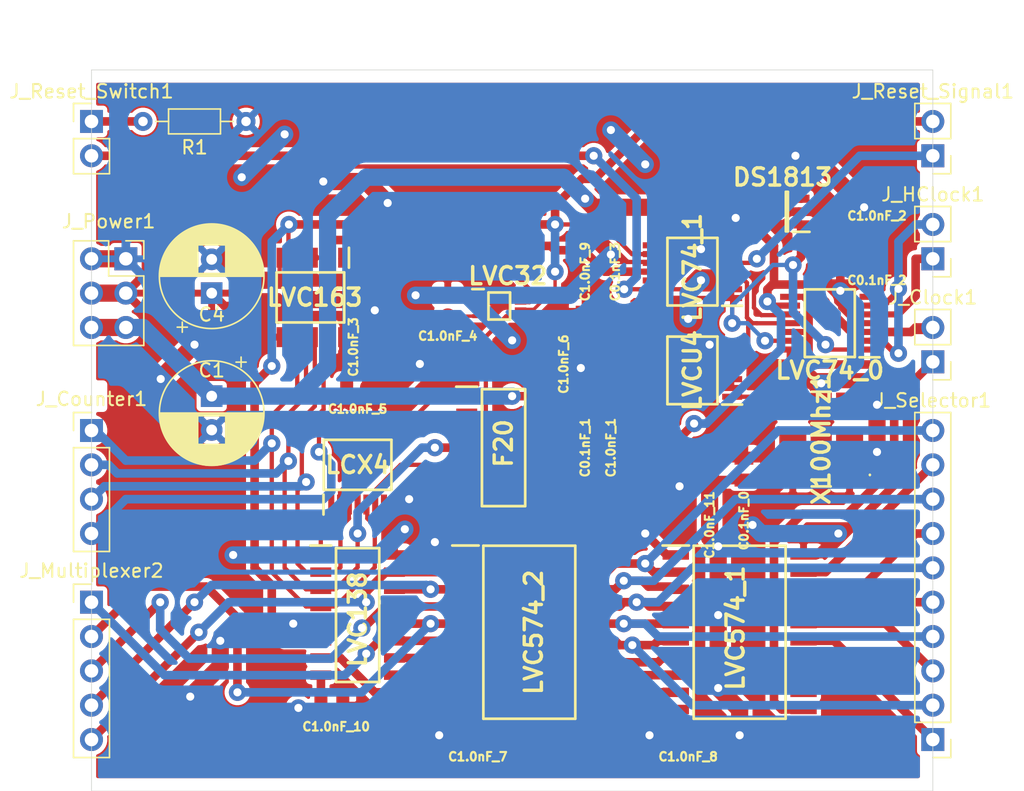
<source format=kicad_pcb>
(kicad_pcb (version 20211014) (generator pcbnew)
  (layers (0 "F.Cu" signal) (31 "B.Cu" signal) (34 "B.Paste" user) (35 "F.Paste" user) (36 "B.SilkS" user "B.Silkscreen") (37 "F.SilkS" user "F.Silkscreen") (38 "B.Mask" user) (39 "F.Mask" user) (44 "Edge.Cuts" user))
  (net 0 "")
  (net 1 "Net-(F20-Pad11)")
  (net 2 "Net-(F20-Pad8)")
  (net 3 "Net-(F20-Pad3)")
  (net 4 "/Clock_B")
  (net 5 "/Clock")
  (net 6 "/Reset_0")
  (net 7 "Net-(LVC32-Pad3)")
  (net 8 "/M0")
  (net 9 "/M1")
  (net 10 "/M2")
  (net 11 "/M3")
  (net 12 "/M4")
  (net 13 "/M5")
  (net 14 "/M6")
  (net 15 "/M7")
  (net 16 "Net-(LVC163-Pad15)")
  (net 17 "Net-(LVC574_1-Pad14)")
  (net 18 "Net-(LVC574_1-Pad13)")
  (net 19 "Net-(LVC574_1-Pad12)")
  (net 20 "/SEL0")
  (net 21 "/SEL1")
  (net 22 "/SEL2")
  (net 23 "/SEL3")
  (net 24 "/SEL4")
  (net 25 "/SEL5")
  (net 26 "/SEL6")
  (net 27 "/SEL7")
  (net 28 "/SEL8")
  (net 29 "/SEL9")
  (net 30 "/AND_Out")
  (net 31 "/CO2")
  (net 32 "/CO3")
  (net 33 "/CO1")
  (net 34 "/CO0")
  (net 35 "/OR_Out")
  (net 36 "/D7")
  (net 37 "/D6")
  (net 38 "/D5")
  (net 39 "Net-(LVC74_1-Pad8)")
  (net 40 "Net-(LVC74_1-Pad6)")
  (net 41 "/GND")
  (net 42 "/5V")
  (net 43 "/3.3V")
  (net 44 "Net-(J_Reset_Switch1-Pad1)")
  (net 45 "Net-(LCX4-Pad12)")
  (net 46 "Net-(LCX4-Pad10)")
  (net 47 "Net-(LCX4-Pad8)")
  (net 48 "Net-(X100Mhz1-Pad5)")
  (net 49 "Net-(X100Mhz1-Pad2)")
  (net 50 "/RSTB")
  (net 51 "/IX100")
  (net 52 "/X100")
  (net 53 "/ICO3")
  (net 54 "/ICO1")
  (net 55 "/ICO0")
  (net 56 "/HClock_B")
  (net 57 "/HClock")
  (net 58 "Net-(LVCU4-Pad11)")
  (net 59 "Net-(LVCU4-Pad10)")
  (net 60 "Net-(LVCU4-Pad8)")
  (net 61 "Net-(LVCU4-Pad4)")
  (net 62 "Net-(LVCU4-Pad2)")
  (net 63 "/Reset_1")
  (footprint "Capacitor_THT:CP_Radial_D7.5mm_P2.50mm" (layer "F.Cu") (at 83.82 100.33 -90)
    (fp_text reference "C1")
    (fp_text value "CP1000uF")
  )
  (footprint "Capacitor_THT:CP_Radial_D7.5mm_P2.50mm" (layer "F.Cu") (at 83.82 92.71 90)
    (fp_text reference "C4")
    (fp_text value "CP1000uF")
  )
  (footprint "Connector_PinHeader_2.54mm:PinHeader_1x02_P2.54mm_Vertical" (layer "F.Cu") (at 137.16 90.17 180)
    (fp_text reference "J_HClock1")
    (fp_text value "Conn_01x02_Male")
  )
  (footprint "SamacSys_Parts:CAPC2012X90N" (layer "F.Cu") (at 95.885 96.3775 90)
    (fp_text reference "C1.0nF_3")
    (fp_text value "885012207033" hide)
  )
  (footprint "SamacSys_Parts:CAPC2012X90N" (layer "F.Cu") (at 94.615 99.695)
    (fp_text reference "C1.0nF_5")
    (fp_text value "885012207033" hide)
  )
  (footprint "SamacSys_Parts:CAPC2012X90N" (layer "F.Cu") (at 108.2675 97.6475 90)
    (fp_text reference "C1.0nF_6")
    (fp_text value "885012207033" hide)
  )
  (footprint "SamacSys_Parts:CAPC2012X90N" (layer "F.Cu") (at 103.505 125.4125 180)
    (fp_text reference "C1.0nF_7")
    (fp_text value "885012207033" hide)
  )
  (footprint "SamacSys_Parts:CAPC2012X90N" (layer "F.Cu") (at 119.0625 125.4125 180)
    (fp_text reference "C1.0nF_8")
    (fp_text value "885012207033" hide)
  )
  (footprint "SamacSys_Parts:SOIC127P600X175-14N" (layer "F.Cu") (at 105.41 104.14)
    (fp_text reference "F20")
    (fp_text value "SN74F20DR" hide)
  )
  (footprint "SamacSys_Parts:SOP65P640X110-16N" (layer "F.Cu") (at 91.1225 93.0275 -90)
    (fp_text reference "LVC163")
    (fp_text value "74LVC163PW,118" hide)
  )
  (footprint "SamacSys_Parts:SOIC127P1032X265-20N" (layer "F.Cu") (at 107.315 117.7925)
    (fp_text reference "LVC574_2")
    (fp_text value "74LVC574AD,118" hide)
  )
  (footprint "SamacSys_Parts:CAPC2012X90N" (layer "F.Cu") (at 92.71 123.19 180)
    (fp_text reference "C1.0nF_10")
    (fp_text value "885012207033" hide)
  )
  (footprint "Connector_PinSocket_2.54mm:PinSocket_2x03_P2.54mm_Vertical" (layer "F.Cu") (at 77.47 90.17)
    (fp_text reference "J_Power1")
    (fp_text value "Conn_02x03")
  )
  (footprint "SamacSys_Parts:SOIC127P600X175-16N" (layer "F.Cu") (at 94.615 116.5225)
    (fp_text reference "LVC138")
    (fp_text value "74LVC138AD-Q100J" hide)
  )
  (footprint "SamacSys_Parts:SOIC127P1032X265-20N" (layer "F.Cu") (at 122.8725 117.7925)
    (fp_text reference "LVC574_1")
    (fp_text value "74LVC574AD,118" hide)
  )
  (footprint "SamacSys_Parts:SOP65P640X120-14N" (layer "F.Cu") (at 94.615 105.41 90)
    (fp_text reference "LCX4")
    (fp_text value "74LCX04FT_AE_" hide)
  )
  (footprint "SamacSys_Parts:XLH735100000000I" (layer "F.Cu") (at 128.905 103.505 90)
    (fp_text reference "X100Mhz1")
    (fp_text value "XLH735100.000000I" hide)
  )
  (footprint "Connector_PinHeader_2.54mm:PinHeader_1x02_P2.54mm_Vertical" (layer "F.Cu") (at 137.16 82.55 180)
    (fp_text reference "J_Reset_Signal1")
    (fp_text value "Conn_01x02_Male")
  )
  (footprint "SamacSys_Parts:SOP65P640X110-14N" (layer "F.Cu") (at 129.54 94.9325 180)
    (fp_text reference "LVC74_0")
    (fp_text value "74LVC74APW,118" hide)
  )
  (footprint "Connector_PinHeader_2.54mm:PinHeader_1x02_P2.54mm_Vertical" (layer "F.Cu") (at 74.93 80.01)
    (fp_text reference "J_Reset_Switch1")
    (fp_text value "Conn_01x02_Male")
  )
  (footprint "SamacSys_Parts:CAPC2012X90N" (layer "F.Cu") (at 120.65 105.7275 -90)
    (fp_text reference "C1.0nF_11")
    (fp_text value "885012207033" hide)
  )
  (footprint "SamacSys_Parts:CAPC2012X90N" (layer "F.Cu") (at 131.1275 90.4875)
    (fp_text reference "C0.1nF_2")
    (fp_text value "885012207027" hide)
  )
  (footprint "SamacSys_Parts:CAPC2012X90N" (layer "F.Cu") (at 113.665 94.9325 -90)
    (fp_text reference "C1.0nF_9")
    (fp_text value "885012207033" hide)
  )
  (footprint "SamacSys_Parts:SOT95P237X112-3N" (layer "F.Cu") (at 126.365 86.6775 180)
    (fp_text reference "DS1813")
    (fp_text value "DS1813R-10+T&R" hide)
  )
  (footprint "SamacSys_Parts:CAPC2012X90N" (layer "F.Cu") (at 111.4425 94.9325 -90)
    (fp_text reference "C0.1nF_3")
    (fp_text value "885012207027" hide)
  )
  (footprint "SamacSys_Parts:SOP65P640X110-14N" (layer "F.Cu") (at 119.38 98.425 180)
    (fp_text reference "LVCU4")
    (fp_text value "74LVCU04APW,118" hide)
  )
  (footprint "Connector_PinHeader_2.54mm:PinHeader_1x02_P2.54mm_Vertical" (layer "F.Cu") (at 137.16 97.79 180)
    (fp_text reference "J_Clock1")
    (fp_text value "Conn_01x02_Male")
  )
  (footprint "SamacSys_Parts:CAPC2012X90N" (layer "F.Cu") (at 113.665 100.33 90)
    (fp_text reference "C1.0nF_1")
    (fp_text value "885012207033" hide)
  )
  (footprint "SamacSys_Parts:CAPC2012X90N" (layer "F.Cu") (at 131.1275 88.265)
    (fp_text reference "C1.0nF_2")
    (fp_text value "885012207033" hide)
  )
  (footprint "SamacSys_Parts:CAPC2012X90N" (layer "F.Cu") (at 111.4425 100.33 90)
    (fp_text reference "C0.1nF_1")
    (fp_text value "885012207027" hide)
  )
  (footprint "SamacSys_Parts:CAPC2012X90N" (layer "F.Cu") (at 123.19 105.7275 -90)
    (fp_text reference "C0.1nF_0")
    (fp_text value "885012207027" hide)
  )
  (footprint "Resistor_THT:R_Axial_DIN0204_L3.6mm_D1.6mm_P7.62mm_Horizontal" (layer "F.Cu") (at 86.36 80.01 180)
    (fp_text reference "R1")
    (fp_text value "R")
  )
  (footprint "SamacSys_Parts:SOP50P310X100-8N" (layer "F.Cu") (at 105.0925 93.6625)
    (fp_text reference "LVC32")
    (fp_text value "74LVC2G32DC-Q100H" hide)
  )
  (footprint "SamacSys_Parts:CAPC2012X90N" (layer "F.Cu") (at 101.2825 93.6625 -90)
    (fp_text reference "C1.0nF_4")
    (fp_text value "885012207033" hide)
  )
  (footprint "Connector_PinHeader_2.54mm:PinHeader_1x05_P2.54mm_Vertical" (layer "F.Cu") (at 74.93 115.57)
    (fp_text reference "J_Multiplexer2")
    (fp_text value "Conn_01x05_Male")
  )
  (footprint "Connector_PinHeader_2.54mm:PinHeader_1x10_P2.54mm_Vertical" (layer "F.Cu") (at 137.16 125.73 180)
    (fp_text reference "J_Selector1")
    (fp_text value "Conn_01x10_Male")
  )
  (footprint "Connector_PinHeader_2.54mm:PinHeader_1x04_P2.54mm_Vertical" (layer "F.Cu") (at 74.93 102.87)
    (fp_text reference "J_Counter1")
    (fp_text value "Conn_01x05_Male")
  )
  (footprint "SamacSys_Parts:SOP65P640X110-14N" (layer "F.Cu") (at 119.38 91.1225 180)
    (fp_text reference "LVC74_1")
    (fp_text value "74LVC74APW,118" hide)
  )
  (gr_line (start 74.93 76.2) (end 74.93 129.54) (layer "Edge.Cuts") (width 0.05))
  (gr_line (start 74.93 129.54) (end 137.16 129.54) (layer "Edge.Cuts") (width 0.05))
  (gr_line (start 137.16 129.54) (end 137.16 76.2) (layer "Edge.Cuts") (width 0.05))
  (gr_line (start 137.16 76.2) (end 74.93 76.2) (layer "Edge.Cuts") (width 0.05))
  (segment (start 127.971 95.8665) (end 127.956 95.8815) (width 0.3175) (layer "F.Cu") (net 4))
  (segment (start 127.5975 123.5075) (end 125.9875 123.5075) (width 0.635) (layer "F.Cu") (net 4))
  (segment (start 134.3025 99.3775) (end 133.0325 98.1075) (width 0.635) (layer "F.Cu") (net 4))
  (segment (start 133.985 99.06) (end 135.89 99.06) (width 0.635) (layer "F.Cu") (net 4))
  (segment (start 136.652489 98.231251) (end 136.77624 98.1075) (width 0.3175) (layer "F.Cu") (net 4))
  (segment (start 127.560252 92.9825) (end 126.602 92.9825) (width 0.45) (layer "F.Cu") (net 4))
  (segment (start 128.669298 97.990002) (end 132.915002 97.990002) (width 0.635) (layer "F.Cu") (net 4))
  (segment (start 128.228748 97.314502) (end 129.021746 98.1075) (width 0.3175) (layer "F.Cu") (net 4))
  (segment (start 126.602 95.5825) (end 127.9675 95.5825) (width 0.45) (layer "F.Cu") (net 4))
  (segment (start 125.9875 123.5075) (end 125.4125 122.9325) (width 0.635) (layer "F.Cu") (net 4))
  (segment (start 127.9675 95.5825) (end 127.9675 97.288204) (width 0.635) (layer "F.Cu") (net 4))
  (segment (start 127.9675 97.288204) (end 128.669298 97.990002) (width 0.635) (layer "F.Cu") (net 4))
  (segment (start 127.971 93.393248) (end 127.560252 92.9825) (width 0.45) (layer "F.Cu") (net 4))
  (segment (start 132.915002 97.990002) (end 133.0325 98.1075) (width 0.635) (layer "F.Cu") (net 4))
  (segment (start 125.4125 122.9325) (end 125.4125 111.125) (width 0.635) (layer "F.Cu") (net 4))
  (segment (start 133.0325 98.1075) (end 133.985 99.06) (width 0.635) (layer "F.Cu") (net 4))
  (segment (start 127.517502 109.019998) (end 130.861504 109.019998) (width 0.635) (layer "F.Cu") (net 4))
  (segment (start 125.4125 111.125) (end 127.517502 109.019998) (width 0.635) (layer "F.Cu") (net 4))
  (segment (start 134.3025 105.579002) (end 134.3025 99.3775) (width 0.635) (layer "F.Cu") (net 4))
  (segment (start 135.89 99.06) (end 137.16 97.79) (width 0.635) (layer "F.Cu") (net 4))
  (segment (start 133.0325 98.1075) (end 133.156251 98.231251) (width 0.3175) (layer "F.Cu") (net 4))
  (segment (start 130.861504 109.019998) (end 134.3025 105.579002) (width 0.635) (layer "F.Cu") (net 4))
  (segment (start 127.971 95.549) (end 127.971 93.393248) (width 0.635) (layer "F.Cu") (net 4))
  (segment (start 129.021746 98.1075) (end 133.0325 98.1075) (width 0.3175) (layer "F.Cu") (net 4))
  (segment (start 132.478 95.5825) (end 131.116624 95.5825) (width 0.45) (layer "F.Cu") (net 5))
  (segment (start 94.180011 88.782511) (end 94.615 89.2175) (width 0.635) (layer "F.Cu") (net 5))
  (segment (start 132.478 95.5825) (end 133.6525 95.5825) (width 0.45) (layer "F.Cu") (net 5))
  (segment (start 94.615 89.2175) (end 108.9025 89.2175) (width 0.635) (layer "F.Cu") (net 5))
  (segment (start 116.442 91.1225) (end 115.2525 91.1225) (width 0.45) (layer "F.Cu") (net 5))
  (segment (start 134.3175 95.5825) (end 136.77624 95.5825) (width 0.3175) (layer "F.Cu") (net 5))
  (segment (start 125.4125 92.075) (end 125.4125 89.2175) (width 0.635) (layer "F.Cu") (net 5))
  (segment (start 117.497 91.1225) (end 116.442 91.1225) (width 0.45) (layer "F.Cu") (net 5))
  (segment (start 125.281486 92.075) (end 124.925522 92.430964) (width 0.635) (layer "F.Cu") (net 5))
  (segment (start 126.602 93.6325) (end 125.229033 93.6325) (width 0.45) (layer "F.Cu") (net 5))
  (segment (start 135.5575 95.5825) (end 135.89 95.25) (width 0.635) (layer "F.Cu") (net 5))
  (segment (start 112.911798 91.1225) (end 113.03 91.1225) (width 0.635) (layer "F.Cu") (net 5))
  (segment (start 135.89 95.25) (end 137.16 95.25) (width 0.635) (layer "F.Cu") (net 5))
  (segment (start 119.461761 88.299974) (end 118.11 89.651735) (width 0.635) (layer "F.Cu") (net 5))
  (segment (start 111.324298 89.535) (end 112.911798 91.1225) (width 0.635) (layer "F.Cu") (net 5))
  (segment (start 125.229033 93.6325) (end 124.925522 93.328989) (width 0.3175) (layer "F.Cu") (net 5))
  (segment (start 110.43 123.5075) (end 110.43 111.431024) (width 0.635) (layer "F.Cu") (net 5))
  (segment (start 134.3175 95.5825) (end 135.5575 95.5825) (width 0.635) (layer "F.Cu") (net 5))
  (segment (start 92.7475 88.8625) (end 92.7475 90.0895) (width 0.45) (layer "F.Cu") (net 5))
  (segment (start 110.43 111.431024) (end 119.503011 102.358013) (width 0.635) (layer "F.Cu") (net 5))
  (segment (start 134.3175 95.5825) (end 133.6525 95.5825) (width 0.635) (layer "F.Cu") (net 5))
  (segment (start 118.11 90.5095) (end 117.497 91.1225) (width 0.635) (layer "F.Cu") (net 5))
  (segment (start 125.4125 89.2175) (end 124.494974 88.299974) (width 0.635) (layer "F.Cu") (net 5))
  (segment (start 124.494974 88.299974) (end 119.461761 88.299974) (width 0.635) (layer "F.Cu") (net 5))
  (segment (start 129.2225 93.688376) (end 130.955812 95.421688) (width 0.635) (layer "F.Cu") (net 5))
  (segment (start 125.4125 92.075) (end 127.9525 92.075) (width 0.635) (layer "F.Cu") (net 5))
  (segment (start 112.911798 91.1225) (end 115.2525 91.1225) (width 0.635) (layer "F.Cu") (net 5))
  (segment (start 115.2525 91.1225) (end 113.03 91.1225) (width 0.3175) (layer "F.Cu") (net 5))
  (segment (start 127.9525 92.075) (end 129.2225 93.345) (width 0.635) (layer "F.Cu") (net 5))
  (segment (start 125.4125 92.075) (end 125.281486 92.075) (width 0.635) (layer "F.Cu") (net 5))
  (segment (start 131.116624 95.5825) (end 130.955812 95.421688) (width 0.3175) (layer "F.Cu") (net 5))
  (segment (start 112.04 123.5075) (end 110.43 123.5075) (width 0.635) (layer "F.Cu") (net 5))
  (segment (start 92.827489 88.782511) (end 92.7475 88.8625) (width 0.3175) (layer "F.Cu") (net 5))
  (segment (start 124.925522 92.430964) (end 124.925522 93.328989) (width 0.635) (layer "F.Cu") (net 5))
  (segment (start 129.2225 93.345) (end 129.2225 93.688376) (width 0.635) (layer "F.Cu") (net 5))
  (segment (start 108.9025 89.2175) (end 109.22 89.535) (width 0.635) (layer "F.Cu") (net 5))
  (segment (start 118.11 89.651735) (end 118.11 90.5095) (width 0.635) (layer "F.Cu") (net 5))
  (segment (start 109.22 89.535) (end 111.324298 89.535) (width 0.635) (layer "F.Cu") (net 5))
  (segment (start 92.827489 88.782511) (end 94.180011 88.782511) (width 0.635) (layer "F.Cu") (net 5))
  (via (at 119.503011 102.358013) (size 1.27) (drill 0.6) (layers "F.Cu" "B.Cu") (net 5))
  (via (at 124.925522 93.328989) (size 1.27) (drill 0.6) (layers "F.Cu" "B.Cu") (net 5))
  (segment (start 120.401036 102.358013) (end 125.930001 96.829048) (width 0.635) (layer "B.Cu") (net 5))
  (segment (start 125.930001 96.829048) (end 125.930001 94.333468) (width 0.635) (layer "B.Cu") (net 5))
  (segment (start 125.930001 94.333468) (end 124.925522 93.328989) (width 0.635) (layer "B.Cu") (net 5))
  (segment (start 119.503011 102.358013) (end 120.401036 102.358013) (width 0.635) (layer "B.Cu") (net 5))
  (segment (start 118.072617 91.798759) (end 116.468259 91.798759) (width 0.3175) (layer "F.Cu") (net 6))
  (segment (start 123.84 90.4725) (end 124.1425 90.17) (width 0.3175) (layer "F.Cu") (net 6))
  (segment (start 119.398876 90.4725) (end 118.072617 91.798759) (width 0.3175) (layer "F.Cu") (net 6))
  (segment (start 122.318 90.4725) (end 123.84 90.4725) (width 0.3175) (layer "F.Cu") (net 6))
  (segment (start 116.468259 91.798759) (end 116.442 91.7725) (width 0.3175) (layer "F.Cu") (net 6))
  (segment (start 122.318 90.4725) (end 119.398876 90.4725) (width 0.3175) (layer "F.Cu") (net 6))
  (via (at 124.1425 90.17) (size 1.27) (drill 0.6) (layers "F.Cu" "B.Cu") (net 6))
  (segment (start 131.7625 82.55) (end 137.16 82.55) (width 0.635) (layer "B.Cu") (net 6))
  (segment (start 124.1425 90.17) (end 131.7625 82.55) (width 0.635) (layer "B.Cu") (net 6))
  (segment (start 97.34 113.3475) (end 96.705988 113.3475) (width 0.635) (layer "F.Cu") (net 8))
  (segment (start 95.25 114.803488) (end 95.25 115.57) (width 0.635) (layer "F.Cu") (net 8))
  (segment (start 82.8675 117.7925) (end 82.8675 117.792486) (width 0.635) (layer "F.Cu") (net 8))
  (segment (start 96.705988 113.3475) (end 95.25 114.803488) (width 0.635) (layer "F.Cu") (net 8))
  (segment (start 97.34 113.3475) (end 102.59 113.3475) (width 0.635) (layer "F.Cu") (net 8))
  (segment (start 74.93 125.73) (end 82.8675 117.7925) (width 0.635) (layer "F.Cu") (net 8))
  (via (at 82.8675 117.792486) (size 1.27) (drill 0.6) (layers "F.Cu" "B.Cu") (net 8))
  (via (at 95.25 115.57) (size 1.27) (drill 0.6) (layers "F.Cu" "B.Cu") (net 8))
  (segment (start 85.089986 115.57) (end 95.25 115.57) (width 0.635) (layer "B.Cu") (net 8))
  (segment (start 82.8675 117.792486) (end 85.089986 115.57) (width 0.635) (layer "B.Cu") (net 8))
  (segment (start 100.0125 114.6175) (end 97.34 114.6175) (width 0.635) (layer "F.Cu") (net 9))
  (segment (start 74.93 123.19) (end 82.549994 115.570006) (width 0.635) (layer "F.Cu") (net 9))
  (segment (start 82.549994 115.570006) (end 82.55 115.570006) (width 0.635) (layer "F.Cu") (net 9))
  (segment (start 102.59 114.6175) (end 100.0125 114.6175) (width 0.635) (layer "F.Cu") (net 9))
  (via (at 100.0125 114.6175) (size 1.27) (drill 0.6) (layers "F.Cu" "B.Cu") (net 9))
  (via (at 82.55 115.570006) (size 1.27) (drill 0.6) (layers "F.Cu" "B.Cu") (net 9))
  (segment (start 83.820006 114.3) (end 82.55 115.570006) (width 0.635) (layer "B.Cu") (net 9))
  (segment (start 99.695 114.3) (end 83.820006 114.3) (width 0.635) (layer "B.Cu") (net 9))
  (segment (start 100.0125 114.6175) (end 99.695 114.3) (width 0.635) (layer "B.Cu") (net 9))
  (segment (start 80.01 115.57) (end 74.93 120.65) (width 0.635) (layer "F.Cu") (net 10))
  (segment (start 95.050704 117.475) (end 94.9325 117.475) (width 0.635) (layer "F.Cu") (net 10))
  (segment (start 97.34 115.8875) (end 96.638204 115.8875) (width 0.635) (layer "F.Cu") (net 10))
  (segment (start 102.59 115.8875) (end 97.34 115.8875) (width 0.635) (layer "F.Cu") (net 10))
  (segment (start 96.638204 115.8875) (end 95.050704 117.475) (width 0.635) (layer "F.Cu") (net 10))
  (via (at 94.9325 117.475) (size 1.27) (drill 0.6) (layers "F.Cu" "B.Cu") (net 10))
  (via (at 80.01 115.57) (size 1.27) (drill 0.6) (layers "F.Cu" "B.Cu") (net 10))
  (segment (start 82.158418 119.741622) (end 92.665878 119.741622) (width 0.635) (layer "B.Cu") (net 10))
  (segment (start 92.665878 119.741622) (end 94.9325 117.475) (width 0.635) (layer "B.Cu") (net 10))
  (segment (start 80.01 117.593204) (end 82.158418 119.741622) (width 0.635) (layer "B.Cu") (net 10))
  (segment (start 80.01 115.57) (end 80.01 117.593204) (width 0.635) (layer "B.Cu") (net 10))
  (segment (start 100.0125 117.1575) (end 102.59 117.1575) (width 0.635) (layer "F.Cu") (net 11))
  (segment (start 85.724992 116.72179) (end 85.724992 122.2375) (width 0.635) (layer "F.Cu") (net 11))
  (segment (start 78.622501 114.417499) (end 83.420701 114.417499) (width 0.635) (layer "F.Cu") (net 11))
  (segment (start 97.34 117.1575) (end 100.0125 117.1575) (width 0.635) (layer "F.Cu") (net 11))
  (segment (start 74.93 118.11) (end 78.622501 114.417499) (width 0.635) (layer "F.Cu") (net 11))
  (segment (start 83.420701 114.417499) (end 85.724992 116.72179) (width 0.635) (layer "F.Cu") (net 11))
  (via (at 85.724992 122.2375) (size 1.27) (drill 0.6) (layers "F.Cu" "B.Cu") (net 11))
  (via (at 100.0125 117.1575) (size 1.27) (drill 0.6) (layers "F.Cu" "B.Cu") (net 11))
  (segment (start 100.0125 117.1575) (end 94.9325 122.2375) (width 0.635) (layer "B.Cu") (net 11))
  (segment (start 94.9325 122.2375) (end 85.724992 122.2375) (width 0.635) (layer "B.Cu") (net 11))
  (segment (start 102.59 118.4275) (end 97.34 118.4275) (width 0.635) (layer "F.Cu") (net 12))
  (segment (start 96.2025 118.4275) (end 95.25 119.38) (width 0.635) (layer "F.Cu") (net 12))
  (segment (start 97.34 118.4275) (end 96.2025 118.4275) (width 0.635) (layer "F.Cu") (net 12))
  (via (at 95.25 119.38) (size 1.27) (drill 0.6) (layers "F.Cu" "B.Cu") (net 12))
  (segment (start 80.3275 120.9675) (end 74.93 115.57) (width 0.635) (layer "B.Cu") (net 12))
  (segment (start 93.6625 120.9675) (end 80.3275 120.9675) (width 0.635) (layer "B.Cu") (net 12))
  (segment (start 95.25 119.38) (end 93.6625 120.9675) (width 0.635) (layer "B.Cu") (net 12))
  (segment (start 97.34 119.6975) (end 102.59 119.6975) (width 0.635) (layer "F.Cu") (net 13))
  (segment (start 102.59 120.9675) (end 97.34 120.9675) (width 0.635) (layer "F.Cu") (net 14))
  (segment (start 95.885 122.2375) (end 93.345 119.6975) (width 0.635) (layer "F.Cu") (net 15))
  (segment (start 93.345 119.6975) (end 91.89 119.6975) (width 0.635) (layer "F.Cu") (net 15))
  (segment (start 95.885 122.2375) (end 102.59 122.2375) (width 0.635) (layer "F.Cu") (net 15))
  (segment (start 118.1475 113.3475) (end 116.5225 113.3475) (width 0.635) (layer "F.Cu") (net 20))
  (segment (start 116.5225 113.3475) (end 115.8875 112.7125) (width 0.635) (layer "F.Cu") (net 20))
  (segment (start 112.04 113.3475) (end 113.03 113.3475) (width 0.635) (layer "F.Cu") (net 20))
  (segment (start 113.03 113.3475) (end 113.665 112.7125) (width 0.635) (layer "F.Cu") (net 20))
  (segment (start 113.665 112.7125) (end 115.8875 112.7125) (width 0.635) (layer "F.Cu") (net 20))
  (via (at 115.8875 112.7125) (size 1.27) (drill 0.6) (layers "F.Cu" "B.Cu") (net 20))
  (segment (start 125.73 102.87) (end 115.8875 112.7125) (width 0.635) (layer "B.Cu") (net 20))
  (segment (start 137.16 102.87) (end 125.73 102.87) (width 0.635) (layer "B.Cu") (net 20))
  (segment (start 127.5975 113.3475) (end 129.2225 113.3475) (width 0.635) (layer "F.Cu") (net 21))
  (segment (start 129.2225 113.3475) (end 137.16 105.41) (width 0.635) (layer "F.Cu") (net 21))
  (segment (start 118.1475 114.6175) (end 117.94749 114.41749) (width 0.635) (layer "F.Cu") (net 22))
  (segment (start 117.94749 114.41749) (end 116.1232 114.41749) (width 0.635) (layer "F.Cu") (net 22))
  (segment (start 113.665 114.6175) (end 114.3 113.9825) (width 0.635) (layer "F.Cu") (net 22))
  (segment (start 115.68821 113.9825) (end 114.3 113.9825) (width 0.635) (layer "F.Cu") (net 22))
  (segment (start 112.04 114.6175) (end 113.665 114.6175) (width 0.635) (layer "F.Cu") (net 22))
  (segment (start 116.1232 114.41749) (end 115.68821 113.9825) (width 0.635) (layer "F.Cu") (net 22))
  (via (at 114.3 113.9825) (size 1.27) (drill 0.6) (layers "F.Cu" "B.Cu") (net 22))
  (segment (start 122.555 107.95) (end 116.5225 113.9825) (width 0.635) (layer "B.Cu") (net 22))
  (segment (start 116.5225 113.9825) (end 114.3 113.9825) (width 0.635) (layer "B.Cu") (net 22))
  (segment (start 137.16 107.95) (end 122.555 107.95) (width 0.635) (layer "B.Cu") (net 22))
  (segment (start 135.89 110.49) (end 137.16 110.49) (width 0.635) (layer "F.Cu") (net 23))
  (segment (start 131.7625 114.6175) (end 135.89 110.49) (width 0.635) (layer "F.Cu") (net 23))
  (segment (start 127.5975 114.6175) (end 131.7625 114.6175) (width 0.635) (layer "F.Cu") (net 23))
  (segment (start 116.205 115.8875) (end 115.8875 115.57) (width 0.635) (layer "F.Cu") (net 24))
  (segment (start 112.04 115.8875) (end 113.9825 115.8875) (width 0.635) (layer "F.Cu") (net 24))
  (segment (start 113.9825 115.8875) (end 114.3 115.57) (width 0.635) (layer "F.Cu") (net 24))
  (segment (start 118.1475 115.8875) (end 116.205 115.8875) (width 0.635) (layer "F.Cu") (net 24))
  (segment (start 114.3 115.57) (end 115.252508 115.57) (width 0.635) (layer "F.Cu") (net 24))
  (segment (start 115.8875 115.57) (end 115.2525 115.57) (width 0.635) (layer "F.Cu") (net 24))
  (segment (start 115.2525 115.57) (end 115.252508 115.569992) (width 0.635) (layer "F.Cu") (net 24))
  (via (at 115.2525 115.57) (size 1.27) (drill 0.6) (layers "F.Cu" "B.Cu") (net 24))
  (segment (start 116.84 115.57) (end 119.38 113.03) (width 0.635) (layer "B.Cu") (net 24))
  (segment (start 115.2525 115.57) (end 116.84 115.57) (width 0.635) (layer "B.Cu") (net 24))
  (segment (start 119.38 113.03) (end 137.16 113.03) (width 0.635) (layer "B.Cu") (net 24))
  (segment (start 137.16 115.57) (end 133.985 115.57) (width 0.635) (layer "F.Cu") (net 25))
  (segment (start 133.6675 115.8875) (end 133.985 115.57) (width 0.635) (layer "F.Cu") (net 25))
  (segment (start 127.5975 115.8875) (end 133.6675 115.8875) (width 0.635) (layer "F.Cu") (net 25))
  (segment (start 114.3 117.1575) (end 112.04 117.1575) (width 0.635) (layer "F.Cu") (net 26))
  (segment (start 118.1475 117.1575) (end 114.3 117.1575) (width 0.635) (layer "F.Cu") (net 26))
  (via (at 114.3 117.1575) (size 1.27) (drill 0.6) (layers "F.Cu" "B.Cu") (net 26))
  (segment (start 115.8875 117.1575) (end 114.3 117.1575) (width 0.635) (layer "B.Cu") (net 26))
  (segment (start 116.84 118.11) (end 115.8875 117.1575) (width 0.635) (layer "B.Cu") (net 26))
  (segment (start 137.16 118.11) (end 116.84 118.11) (width 0.635) (layer "B.Cu") (net 26))
  (segment (start 133.6675 117.1575) (end 137.16 120.65) (width 0.635) (layer "F.Cu") (net 27))
  (segment (start 127.5975 117.1575) (end 133.6675 117.1575) (width 0.635) (layer "F.Cu") (net 27))
  (segment (start 113.665 118.4275) (end 113.9825 118.745) (width 0.635) (layer "F.Cu") (net 28))
  (segment (start 116.84 118.4275) (end 118.1475 118.4275) (width 0.635) (layer "F.Cu") (net 28))
  (segment (start 112.04 118.4275) (end 113.665 118.4275) (width 0.635) (layer "F.Cu") (net 28))
  (segment (start 116.5225 118.745) (end 116.84 118.4275) (width 0.635) (layer "F.Cu") (net 28))
  (segment (start 113.9825 118.745) (end 116.5225 118.745) (width 0.635) (layer "F.Cu") (net 28))
  (via (at 114.935 118.745) (size 1.27) (drill 0.6) (layers "F.Cu" "B.Cu") (net 28))
  (segment (start 137.16 123.19) (end 119.38 123.19) (width 0.635) (layer "B.Cu") (net 28))
  (segment (start 119.38 123.19) (end 114.935 118.745) (width 0.635) (layer "B.Cu") (net 28))
  (segment (start 129.8575 118.4275) (end 137.16 125.73) (width 0.635) (layer "F.Cu") (net 29))
  (segment (start 127.5975 118.4275) (end 129.8575 118.4275) (width 0.635) (layer "F.Cu") (net 29))
  (segment (start 104.098739 106.358761) (end 104.098739 95.926261) (width 0.3175) (layer "F.Cu") (net 30))
  (segment (start 104.098739 95.926261) (end 105.603749 94.421251) (width 0.3175) (layer "F.Cu") (net 30))
  (segment (start 105.603749 94.421251) (end 106.6675 94.421251) (width 0.3175) (layer "F.Cu") (net 30))
  (segment (start 103.7775 106.68) (end 104.098739 106.358761) (width 0.3175) (layer "F.Cu") (net 30))
  (segment (start 102.685 106.68) (end 103.7775 106.68) (width 0.3175) (layer "F.Cu") (net 30))
  (segment (start 90.7975 114.6175) (end 89.2175 113.0375) (width 0.3175) (layer "F.Cu") (net 31))
  (segment (start 91.89 114.6175) (end 90.7975 114.6175) (width 0.3175) (layer "F.Cu") (net 31))
  (segment (start 89.2175 113.0375) (end 89.2175 105.410042) (width 0.3175) (layer "F.Cu") (net 31))
  (segment (start 89.49374 101.64126) (end 89.49374 105.133802) (width 0.3175) (layer "F.Cu") (net 31))
  (segment (start 92.9825 114.6175) (end 94.615 112.985) (width 0.3175) (layer "F.Cu") (net 31))
  (segment (start 90.7975 100.3375) (end 89.49374 101.64126) (width 0.3175) (layer "F.Cu") (net 31))
  (segment (start 91.8825 114.625) (end 91.89 114.6175) (width 0.3175) (layer "F.Cu") (net 31))
  (segment (start 91.89 114.6175) (end 92.9825 114.6175) (width 0.3175) (layer "F.Cu") (net 31))
  (segment (start 89.2175 105.410042) (end 89.49374 105.133802) (width 0.3175) (layer "F.Cu") (net 31))
  (segment (start 94.615 112.985) (end 94.615 110.49) (width 0.3175) (layer "F.Cu") (net 31))
  (segment (start 90.7975 95.9655) (end 90.7975 100.3375) (width 0.3175) (layer "F.Cu") (net 31))
  (segment (start 102.685 104.14) (end 102.5525 104.14) (width 0.3175) (layer "F.Cu") (net 31))
  (segment (start 102.685 104.14) (end 100.33 104.14) (width 0.635) (layer "F.Cu") (net 31))
  (via (at 94.615 110.49) (size 1.27) (drill 0.6) (layers "F.Cu" "B.Cu") (net 31))
  (via (at 100.33 104.14) (size 1.27) (drill 0.6) (layers "F.Cu" "B.Cu") (net 31))
  (via (at 89.49374 105.133802) (size 1.27) (drill 0.6) (layers "F.Cu" "B.Cu") (net 31))
  (segment (start 100.33 104.14) (end 99.3775 104.14) (width 0.635) (layer "B.Cu") (net 31))
  (segment (start 76.835 106.045) (end 76.2 105.41) (width 0.635) (layer "B.Cu") (net 31))
  (segment (start 99.3775 104.14) (end 94.615 108.9025) (width 0.635) (layer "B.Cu") (net 31))
  (segment (start 76.2 105.41) (end 74.93 105.41) (width 0.635) (layer "B.Cu") (net 31))
  (segment (start 88.582542 106.045) (end 76.835 106.045) (width 0.635) (layer "B.Cu") (net 31))
  (segment (start 94.615 108.9025) (end 94.615 110.49) (width 0.635) (layer "B.Cu") (net 31))
  (segment (start 89.49374 105.133802) (end 88.582542 106.045) (width 0.635) (layer "B.Cu") (net 31))
  (segment (start 91.89 115.8875) (end 92.9825 115.8875) (width 0.3175) (layer "F.Cu") (net 32))
  (segment (start 95.331249 109.372501) (end 95.331249 108.414249) (width 0.3175) (layer "F.Cu") (net 32))
  (segment (start 90.7975 115.8875) (end 88.264996 113.354996) (width 0.3175) (layer "F.Cu") (net 32))
  (segment (start 95.331249 108.414249) (end 95.265 108.348) (width 0.3175) (layer "F.Cu") (net 32))
  (segment (start 91.89 115.8875) (end 90.7975 115.8875) (width 0.3175) (layer "F.Cu") (net 32))
  (segment (start 95.885 109.926252) (end 95.331249 109.372501) (width 0.3175) (layer "F.Cu") (net 32))
  (segment (start 88.264996 113.354996) (end 88.264996 103.82252) (width 0.3175) (layer "F.Cu") (net 32))
  (segment (start 92.9825 115.8875) (end 95.885 112.985) (width 0.3175) (layer "F.Cu") (net 32))
  (segment (start 88.264996 103.82252) (end 88.265 103.822516) (width 0.3175) (layer "F.Cu") (net 32))
  (segment (start 90.1475 99.87625) (end 88.265 101.75875) (width 0.3175) (layer "F.Cu") (net 32))
  (segment (start 95.885 112.985) (end 95.885 109.926252) (width 0.3175) (layer "F.Cu") (net 32))
  (segment (start 88.265 101.75875) (end 88.265 103.822516) (width 0.3175) (layer "F.Cu") (net 32))
  (segment (start 90.1475 95.9655) (end 90.1475 99.87625) (width 0.3175) (layer "F.Cu") (net 32))
  (via (at 88.265 103.822516) (size 1.27) (drill 0.6) (layers "F.Cu" "B.Cu") (net 32))
  (segment (start 75.2475 102.87) (end 74.93 102.87) (width 0.635) (layer "B.Cu") (net 32))
  (segment (start 88.265 103.822516) (end 86.995016 105.0925) (width 0.635) (layer "B.Cu") (net 32))
  (segment (start 86.995016 105.0925) (end 77.47 105.0925) (width 0.635) (layer "B.Cu") (net 32))
  (segment (start 77.47 105.0925) (end 75.2475 102.87) (width 0.635) (layer "B.Cu") (net 32))
  (segment (start 93.345 110.007501) (end 93.98 109.372501) (width 0.3175) (layer "F.Cu") (net 33))
  (segment (start 93.965 109.357501) (end 93.965 108.348) (width 0.3175) (layer "F.Cu") (net 33))
  (segment (start 93.98 109.372501) (end 93.965 109.357501) (width 0.3175) (layer "F.Cu") (net 33))
  (segment (start 90.170001 112.720001) (end 90.170001 107.314999) (width 0.3175) (layer "F.Cu") (net 33))
  (segment (start 92.9825 113.3475) (end 93.345 112.985) (width 0.3175) (layer "F.Cu") (net 33))
  (segment (start 90.170001 107.314999) (end 90.805 106.68) (width 0.3175) (layer "F.Cu") (net 33))
  (segment (start 91.4475 101.074246) (end 90.4875 102.034246) (width 0.3175) (layer "F.Cu") (net 33))
  (segment (start 93.345 112.985) (end 93.345 110.007501) (width 0.3175) (layer "F.Cu") (net 33))
  (segment (start 91.89 113.3475) (end 90.7975 113.3475) (width 0.3175) (layer "F.Cu") (net 33))
  (segment (start 90.4875 106.3625) (end 90.805 106.68) (width 0.3175) (layer "F.Cu") (net 33))
  (segment (start 91.89 113.3475) (end 92.9825 113.3475) (width 0.3175) (layer "F.Cu") (net 33))
  (segment (start 91.4475 95.9655) (end 91.4475 101.074246) (width 0.3175) (layer "F.Cu") (net 33))
  (segment (start 90.7975 113.3475) (end 90.170001 112.720001) (width 0.3175) (layer "F.Cu") (net 33))
  (segment (start 90.4875 102.034246) (end 90.4875 106.3625) (width 0.3175) (layer "F.Cu") (net 33))
  (via (at 90.805 106.68) (size 1.27) (drill 0.6) (layers "F.Cu" "B.Cu") (net 33))
  (segment (start 90.805 106.68) (end 90.4875 106.9975) (width 0.635) (layer "B.Cu") (net 33))
  (segment (start 90.4875 106.9975) (end 75.8825 106.9975) (width 0.635) (layer "B.Cu") (net 33))
  (segment (start 75.8825 106.9975) (end 74.93 107.95) (width 0.635) (layer "B.Cu") (net 33))
  (segment (start 92.71 109.22) (end 92.71 108.393) (width 0.3175) (layer "F.Cu") (net 34))
  (segment (start 91.7575 101.654475) (end 91.7575 104.4575) (width 0.3175) (layer "F.Cu") (net 34))
  (segment (start 92.665 105.365) (end 91.7575 104.4575) (width 0.3175) (layer "F.Cu") (net 34))
  (segment (start 91.89 110.04) (end 92.71 109.22) (width 0.3175) (layer "F.Cu") (net 34))
  (segment (start 92.0975 101.314475) (end 91.7575 101.654475) (width 0.3175) (layer "F.Cu") (net 34))
  (segment (start 92.665 108.348) (end 92.665 105.365) (width 0.3175) (layer "F.Cu") (net 34))
  (segment (start 92.0975 95.9655) (end 92.0975 101.314475) (width 0.3175) (layer "F.Cu") (net 34))
  (segment (start 92.71 108.393) (end 92.665 108.348) (width 0.3175) (layer "F.Cu") (net 34))
  (segment (start 91.89 112.0775) (end 91.89 110.04) (width 0.3175) (layer "F.Cu") (net 34))
  (via (at 91.7575 104.4575) (size 1.27) (drill 0.6) (layers "F.Cu" "B.Cu") (net 34))
  (segment (start 91.7575 104.4575) (end 92.665 105.365) (width 0.635) (layer "B.Cu") (net 34))
  (segment (start 92.665 105.365) (end 92.665 107.36) (width 0.635) (layer "B.Cu") (net 34))
  (segment (start 92.075 107.95) (end 77.47 107.95) (width 0.635) (layer "B.Cu") (net 34))
  (segment (start 77.47 107.95) (end 74.93 110.49) (width 0.635) (layer "B.Cu") (net 34))
  (segment (start 92.665 107.36) (end 92.075 107.95) (width 0.635) (layer "B.Cu") (net 34))
  (segment (start 107.6325 92.713877) (end 105.129884 90.211261) (width 0.3175) (layer "F.Cu") (net 35))
  (segment (start 107.6325 93.107502) (end 107.327502 93.4125) (width 0.25) (layer "F.Cu") (net 35))
  (segment (start 93.519261 90.211261) (end 93.3975 90.0895) (width 0.3175) (layer "F.Cu") (net 35))
  (segment (start 105.129884 90.211261) (end 93.519261 90.211261) (width 0.3175) (layer "F.Cu") (net 35))
  (segment (start 107.327502 93.4125) (end 106.6675 93.4125) (width 0.25) (layer "F.Cu") (net 35))
  (segment (start 93.3975 90.0895) (end 93.3975 90.1175) (width 0.3175) (layer "F.Cu") (net 35))
  (segment (start 107.6325 93.0275) (end 107.6325 93.107502) (width 0.25) (layer "F.Cu") (net 35))
  (segment (start 93.3975 90.1175) (end 93.345 90.17) (width 0.3175) (layer "F.Cu") (net 35))
  (segment (start 107.6325 93.0275) (end 107.6325 92.713877) (width 0.3175) (layer "F.Cu") (net 35))
  (segment (start 118.1475 122.2375) (end 112.04 122.2375) (width 0.635) (layer "F.Cu") (net 36))
  (segment (start 112.940882 120.9675) (end 112.04 120.9675) (width 0.635) (layer "F.Cu") (net 37))
  (segment (start 118.1475 120.9675) (end 112.940882 120.9675) (width 0.635) (layer "F.Cu") (net 37))
  (segment (start 113.3475 120.015) (end 113.03 119.6975) (width 0.635) (layer "F.Cu") (net 38))
  (segment (start 116.84 120.015) (end 113.3475 120.015) (width 0.635) (layer "F.Cu") (net 38))
  (segment (start 117.1575 119.6975) (end 116.84 120.015) (width 0.635) (layer "F.Cu") (net 38))
  (segment (start 118.1475 119.6975) (end 117.1575 119.6975) (width 0.635) (layer "F.Cu") (net 38))
  (segment (start 113.03 119.6975) (end 112.04 119.6975) (width 0.635) (layer "F.Cu") (net 38))
  (segment (start 131.843 88.3595) (end 131.9375 88.265) (width 0.3175) (layer "F.Cu") (net 41))
  (segment (start 111.4425 99.52) (end 113.665 99.52) (width 0.635) (layer "F.Cu") (net 41))
  (segment (start 113.665 99.52) (end 113.665 99.3775) (width 0.3175) (layer "F.Cu") (net 41))
  (segment (start 123.19 106.5375) (end 120.65 106.5375) (width 0.635) (layer "F.Cu") (net 41))
  (segment (start 131.9375 91.615) (end 131.9375 90.4875) (width 0.3175) (layer "F.Cu") (net 41))
  (segment (start 113.665 95.7425) (end 111.4425 95.7425) (width 0.635) (layer "F.Cu") (net 41))
  (segment (start 132.478 92.9825) (end 132.478 92.1555) (width 0.3175) (layer "F.Cu") (net 41))
  (segment (start 132.478 92.1555) (end 131.9375 91.615) (width 0.3175) (layer "F.Cu") (net 41))
  (segment (start 131.9375 88.265) (end 131.9375 90.4875) (width 0.635) (layer "F.Cu") (net 41))
  (segment (start 103.5175 94.4125) (end 101.3425 94.4125) (width 0.25) (layer "F.Cu") (net 41))
  (segment (start 101.3425 94.4125) (end 101.2825 94.4725) (width 0.25) (layer "F.Cu") (net 41))
  (segment (start 121.285 121.92) (end 121.285 122.2375) (width 0.635) (layer "F.Cu") (net 41))
  (segment (start 96.565 108.348) (end 98.026996 108.348) (width 0.3175) (layer "F.Cu") (net 41))
  (segment (start 117.475 112.0775) (end 115.887505 110.490005) (width 0.635) (layer "F.Cu") (net 41))
  (segment (start 101.282498 112.0775) (end 100.329998 111.125) (width 0.635) (layer "F.Cu") (net 41))
  (segment (start 88.8475 90.0895) (end 88.8475 91.705) (width 0.3175) (layer "F.Cu") (net 41))
  (segment (start 121.285 121.92) (end 121.285 111.442498) (width 1.27) (layer "F.Cu") (net 41))
  (segment (start 96.837496 86.042496) (end 95.25 84.455) (width 1.27) (layer "F.Cu") (net 41))
  (segment (start 122.8725 123.5075) (end 122.8725 125.4125) (width 1.27) (layer "F.Cu") (net 41))
  (segment (start 118.1475 112.0775) (end 117.475 112.0775) (width 0.635) (layer "F.Cu") (net 41))
  (segment (start 131.9375 86.502496) (end 132.079996 86.36) (width 0.635) (layer "F.Cu") (net 41))
  (segment (start 111.125 99.2025) (end 111.4425 99.52) (width 0.635) (layer "F.Cu") (net 41))
  (segment (start 90.688646 93.18625) (end 89.259896 91.7575) (width 1.27) (layer "F.Cu") (net 41))
  (segment (start 84.95137 90.21) (end 83.82 90.21) (width 1.27) (layer "F.Cu") (net 41))
  (segment (start 95.567494 93.6625) (end 95.885 93.980006) (width 0.3175) (layer "F.Cu") (net 41))
  (segment (start 118.2525 125.4125) (end 116.205 125.4125) (width 0.635) (layer "F.Cu") (net 41))
  (segment (start 89.852536 117.1575) (end 89.852518 117.157518) (width 0.635) (layer "F.Cu") (net 41))
  (segment (start 110.3475 96.8375) (end 108.267524 96.8375) (width 0.635) (layer "F.Cu") (net 41))
  (segment (start 121.285 121.92) (end 122.8725 123.5075) (width 1.27) (layer "F.Cu") (net 41))
  (segment (start 120.695 96.475) (end 120.65 96.52) (width 0.3175) (layer "F.Cu") (net 41))
  (segment (start 111.125 98.25001) (end 111.125 96.06) (width 0.635) (layer "F.Cu") (net 41))
  (segment (start 102.59 112.0775) (end 101.282498 112.0775) (width 0.635) (layer "F.Cu") (net 41))
  (segment (start 89.259896 91.7575) (end 86.49887 91.7575) (width 1.27) (layer "F.Cu") (net 41))
  (segment (start 125.315 86.6775) (end 123.049447 86.6775) (width 0.635) (layer "F.Cu") (net 41))
  (segment (start 102.695 123.6125) (end 102.59 123.5075) (width 0.635) (layer "F.Cu") (net 41))
  (segment (start 95.425 99.695) (end 97.472492 99.695) (width 1.27) (layer "F.Cu") (net 41))
  (segment (start 98.425 107.95) (end 98.424998 107.949998) (width 0.635) (layer "F.Cu") (net 41))
  (segment (start 127 82.55) (end 128.269996 82.55) (width 1.27) (layer "F.Cu") (net 41))
  (segment (start 95.091244 93.18625) (end 90.688646 93.18625) (width 1.27) (layer "F.Cu") (net 41))
  (segment (start 91.9 123.19) (end 91.69999 123.39001) (width 0.635) (layer "F.Cu") (net 41))
  (segment (start 111.125 98.25) (end 111.125 98.25001) (width 0.635) (layer "F.Cu") (net 41))
  (segment (start 80.05 100.37) (end 82.51 102.83) (width 1.27) (layer "F.Cu") (net 41))
  (segment (start 102.685 107.95) (end 98.425 107.95) (width 0.635) (layer "F.Cu") (net 41))
  (segment (start 80.05 99.06) (end 80.05 100.37) (width 1.27) (layer "F.Cu") (net 41))
  (segment (start 84.45501 118.4275) (end 84.45501 120.33249) (width 1.27) (layer "F.Cu") (net 41))
  (segment (start 91.9 123.19) (end 91.9 120.9775) (width 0.635) (layer "F.Cu") (net 41))
  (segment (start 131.9375 88.265) (end 131.9375 86.502496) (width 0.635) (layer "F.Cu") (net 41))
  (segment (start 122.318 89.1725) (end 120.294937 89.1725) (width 0.3175) (layer "F.Cu") (net 41))
  (segment (start 97.472492 99.695) (end 99.218746 97.948746) (width 1.27) (layer "F.Cu") (net 41))
  (segment (start 95.885 93.980006) (end 95.091244 93.18625) (width 1.27) (layer "F.Cu") (net 41))
  (segment (start 111.125 96.06) (end 110.3475 96.8375) (width 0.635) (layer "F.Cu") (net 41))
  (segment (start 101.2825 95.884992) (end 99.218746 97.948746) (width 1.27) (layer "F.Cu") (net 41))
  (segment (start 120.65 106.5375) (end 118.8875 106.5375) (width 0.635) (layer "F.Cu") (net 41))
  (segment (start 102.695 125.4125) (end 102.695 123.6125) (width 0.635) (layer "F.Cu") (net 41))
  (segment (start 120.294937 89.1725) (end 120.014962 89.452475) (width 0.3175) (layer "F.Cu") (net 41))
  (segment (start 86.49887 91.7575) (end 84.95137 90.21) (width 1.27) (layer "F.Cu") (net 41))
  (segment (start 95.25 84.455) (end 92.075 84.455) (width 1.27) (layer "F.Cu") (net 41))
  (segment (start 133.0325 100.965) (end 131.005 100.965) (width 1.27) (layer "F.Cu") (net 41))
  (segment (start 82.51 102.83) (end 83.82 102.83) (width 1.27) (layer "F.Cu") (net 41))
  (segment (start 102.695 125.4125) (end 100.6475 125.4125) (width 0.635) (layer "F.Cu") (net 41))
  (segment (start 120.65 106.5375) (end 120.650001 110.807499) (width 1.27) (layer "F.Cu") (net 41))
  (segment (start 98.026996 108.348) (end 98.424998 107.949998) (width 0.3175) (layer "F.Cu") (net 41))
  (segment (start 118.2525 125.4125) (end 118.2525 123.6125) (width 0.635) (layer "F.Cu") (net 41))
  (segment (start 118.2525 123.6125) (end 118.1475 123.5075) (width 0.635) (layer "F.Cu") (net 41))
  (segment (start 120.650001 110.807499) (end 121.285 111.442498) (width 1.27) (layer "F.Cu") (net 41))
  (segment (start 91.89 117.1575) (end 89.852536 117.1575) (width 0.635) (layer "F.Cu") (net 41))
  (segment (start 91.9 120.9775) (end 91.89 120.9675) (width 0.635) (layer "F.Cu") (net 41))
  (segment (start 91.69999 123.39001) (end 90.234649 123.39001) (width 0.635) (layer "F.Cu") (net 41))
  (segment (start 101.2825 94.4725) (end 101.2825 95.884992) (width 1.27) (layer "F.Cu") (net 41))
  (segment (start 84.45501 120.33249) (end 82.2325 122.555) (width 1.27) (layer "F.Cu") (net 41))
  (segment (start 133.0325 104.457506) (end 133.0325 100.965) (width 1.27) (layer "F.Cu") (net 41))
  (segment (start 128.269996 82.55) (end 132.079996 86.36) (width 1.27) (layer "F.Cu") (net 41))
  (segment (start 122.318 96.475) (end 120.695 96.475) (width 0.3175) (layer "F.Cu") (net 41))
  (segment (start 123.049447 86.6775) (end 122.579483 87.147464) (width 0.635) (layer "F.Cu") (net 41))
  (segment (start 111.125 98.25001) (end 111.125 99.2025) (width 0.635) (layer "F.Cu") (net 41))
  (segment (start 80.05 99.02) (end 82.55 96.52) (width 1.27) (layer "F.Cu") (net 41))
  (segment (start 118.8875 106.5375) (end 118.4275 106.9975) (width 0.635) (layer "F.Cu") (net 41))
  (segment (start 95.885 95.5675) (end 95.885 93.980006) (width 1.27) (layer "F.Cu") (net 41))
  (segment (start 80.05 99.06) (end 80.05 99.02) (width 0.635) (layer "F.Cu") (net 41))
  (segment (start 77.47 90.17) (end 74.93 90.17) (width 1.27) (layer "F.Cu") (net 41))
  (via (at 90.234649 123.39001) (size 1.27) (drill 0.6) (layers "F.Cu" "B.Cu") (net 41))
  (via (at 82.55 96.52) (size 1.27) (drill 0.6) (layers "F.Cu" "B.Cu") (net 41))
  (via (at 115.887505 110.490005) (size 1.27) (drill 0.6) (layers "F.Cu" "B.Cu") (net 41))
  (via (at 80.05 99.06) (size 1.27) (drill 0.6) (layers "F.Cu" "B.Cu") (net 41))
  (via (at 121.285 121.92) (size 1.27) (drill 0.6) (layers "F.Cu" "B.Cu") (net 41))
  (via (at 122.8725 125.4125) (size 1.27) (drill 0.6) (layers "F.Cu" "B.Cu") (net 41))
  (via (at 89.852518 117.157518) (size 1.27) (drill 0.6) (layers "F.Cu" "B.Cu") (net 41))
  (via (at 116.205 125.4125) (size 1.27) (drill 0.6) (layers "F.Cu" "B.Cu") (net 41))
  (via (at 133.0325 104.457506) (size 1.27) (drill 0.6) (layers "F.Cu" "B.Cu") (net 41))
  (via (at 133.0325 100.965) (size 1.27) (drill 0.6) (layers "F.Cu" "B.Cu") (net 41))
  (via (at 100.6475 125.4125) (size 1.27) (drill 0.6) (layers "F.Cu" "B.Cu") (net 41))
  (via (at 121.285 111.442498) (size 1.27) (drill 0.6) (layers "F.Cu" "B.Cu") (net 41))
  (via (at 111.125 98.25001) (size 1.27) (drill 0.6) (layers "F.Cu" "B.Cu") (net 41))
  (via (at 99.218746 97.948746) (size 1.27) (drill 0.6) (layers "F.Cu" "B.Cu") (net 41))
  (via (at 122.579483 87.147464) (size 1.27) (drill 0.6) (layers "F.Cu" "B.Cu") (net 41))
  (via (at 120.014962 89.452475) (size 1.27) (drill 0.6) (layers "F.Cu" "B.Cu") (net 41))
  (via (at 95.885 93.980006) (size 1.27) (drill 0.6) (layers "F.Cu" "B.Cu") (net 41))
  (via (at 98.424998 107.949998) (size 1.27) (drill 0.6) (layers "F.Cu" "B.Cu") (net 41))
  (via (at 84.45501 118.4275) (size 1.27) (drill 0.6) (layers "F.Cu" "B.Cu") (net 41))
  (via (at 120.65 96.52) (size 1.27) (drill 0.6) (layers "F.Cu" "B.Cu") (net 41))
  (via (at 96.837496 86.042496) (size 1.27) (drill 0.6) (layers "F.Cu" "B.Cu") (net 41))
  (via (at 127 82.55) (size 1.27) (drill 0.6) (layers "F.Cu" "B.Cu") (net 41))
  (via (at 100.329998 111.125) (size 1.27) (drill 0.6) (layers "F.Cu" "B.Cu") (net 41))
  (via (at 121.285 116.5225) (size 1.27) (drill 0.6) (layers "F.Cu" "B.Cu") (net 41))
  (via (at 82.2325 122.555) (size 1.27) (drill 0.6) (layers "F.Cu" "B.Cu") (net 41))
  (via (at 118.4275 106.9975) (size 1.27) (drill 0.6) (layers "F.Cu" "B.Cu") (net 41))
  (via (at 132.079996 86.36) (size 1.27) (drill 0.6) (layers "F.Cu" "B.Cu") (net 41))
  (via (at 92.075 84.455) (size 1.27) (drill 0.6) (layers "F.Cu" "B.Cu") (net 41))
  (segment (start 82.55 96.52) (end 82.55 95.25) (width 0.635) (layer "B.Cu") (net 41))
  (segment (start 77.47 90.17) (end 77.47 88.9) (width 0.635) (layer "B.Cu") (net 41))
  (segment (start 118.91999 98.25001) (end 120.65 96.52) (width 0.635) (layer "B.Cu") (net 41))
  (segment (start 89.852518 117.157518) (end 85.724992 117.157518) (width 0.635) (layer "B.Cu") (net 41))
  (segment (start 111.125 98.25001) (end 118.91999 98.25001) (width 0.635) (layer "B.Cu") (net 41))
  (segment (start 82.55 95.25) (end 77.47 90.17) (width 0.635) (layer "B.Cu") (net 41))
  (segment (start 77.47 88.9) (end 86.36 80.01) (width 0.635) (layer "B.Cu") (net 41))
  (segment (start 85.724992 117.157518) (end 84.45501 118.4275) (width 0.635) (layer "B.Cu") (net 41))
  (segment (start 106.045032 100.33) (end 108.135 100.33) (width 0.635) (layer "F.Cu") (net 42))
  (segment (start 127.415 85.7275) (end 127.095 85.4075) (width 0.635) (layer "F.Cu") (net 42))
  (segment (start 108.2675 98.4575) (end 108.135 98.59) (width 0.635) (layer "F.Cu") (net 42))
  (segment (start 120.65 86.36) (end 112.0775 86.36) (width 1.27) (layer "F.Cu") (net 42))
  (segment (start 108.135 98.59) (end 108.135 100.33) (width 0.635) (layer "F.Cu") (net 42))
  (segment (start 121.6025 85.4075) (end 120.65 86.36) (width 1.27) (layer "F.Cu") (net 42))
  (segment (start 74.93 95.25) (end 77.47 95.25) (width 1.27) (layer "F.Cu") (net 42))
  (segment (start 112.0775 86.36) (end 111.445 85.7275) (width 1.27) (layer "F.Cu") (net 42))
  (segment (start 127.095 85.4075) (end 121.6025 85.4075) (width 1.27) (layer "F.Cu") (net 42))
  (via (at 106.045032 100.33) (size 1.27) (drill 0.6) (layers "F.Cu" "B.Cu") (net 42))
  (via (at 111.4425 85.725) (size 1.27) (drill 0.6) (layers "F.Cu" "B.Cu") (net 42))
  (segment (start 109.855 84.1375) (end 111.4425 85.725) (width 1.27) (layer "B.Cu") (net 42))
  (segment (start 92.392481 86.995019) (end 95.25 84.1375) (width 1.27) (layer "B.Cu") (net 42))
  (segment (start 83.82 100.33) (end 78.74 95.25) (width 1.27) (layer "B.Cu") (net 42))
  (segment (start 78.74 95.25) (end 77.47 95.25) (width 1.27) (layer "B.Cu") (net 42))
  (segment (start 95.25 84.1375) (end 109.855 84.1375) (width 1.27) (layer "B.Cu") (net 42))
  (segment (start 90.17 100.33) (end 106.045032 100.33) (width 1.27) (layer "B.Cu") (net 42))
  (segment (start 90.17 100.33) (end 83.82 100.33) (width 1.27) (layer "B.Cu") (net 42))
  (segment (start 92.392481 98.107519) (end 92.392481 86.995019) (width 1.27) (layer "B.Cu") (net 42))
  (segment (start 90.17 100.33) (end 92.392481 98.107519) (width 1.27) (layer "B.Cu") (net 42))
  (segment (start 128.905 99.3775) (end 128.905 105.7275) (width 0.635) (layer "F.Cu") (net 43))
  (segment (start 113.7625 94.025) (end 113.665 94.1225) (width 0.3175) (layer "F.Cu") (net 43))
  (segment (start 111.4425 101.14) (end 113.665 101.14) (width 0.635) (layer "F.Cu") (net 43))
  (segment (start 116.442 99.725) (end 116.442 100.375) (width 0.3175) (layer "F.Cu") (net 43))
  (segment (start 113.665 94.1225) (end 111.4425 94.1225) (width 0.635) (layer "F.Cu") (net 43))
  (segment (start 130.3175 88.265) (end 130.3175 90.4875) (width 0.635) (layer "F.Cu") (net 43))
  (segment (start 120.65 104.9175) (end 123.19 104.9175) (width 0.635) (layer "F.Cu") (net 43))
  (segment (start 106.6675 92.9125) (end 106.4775 92.9125) (width 0.25) (layer "F.Cu") (net 43))
  (segment (start 106.4775 92.9125) (end 103.5175 92.9125) (width 0.25) (layer "F.Cu") (net 43))
  (segment (start 103.5175 93.4125) (end 103.5175 92.9125) (width 0.25) (layer "F.Cu") (net 43))
  (segment (start 101.3425 92.9125) (end 101.2825 92.8525) (width 0.25) (layer "F.Cu") (net 43))
  (segment (start 103.5175 92.9125) (end 101.3425 92.9125) (width 0.25) (layer "F.Cu") (net 43))
  (segment (start 92.665 100.835) (end 93.805 99.695) (width 0.3175) (layer "F.Cu") (net 43))
  (segment (start 104.892463 97.355037) (end 104.892463 100.883167) (width 0.635) (layer "F.Cu") (net 43))
  (segment (start 125.73 106.045) (end 124.6025 104.9175) (width 0.635) (layer "F.Cu") (net 43))
  (segment (start 108.135 106.68) (end 108.135 105.41) (width 0.635) (layer "F.Cu") (net 43))
  (segment (start 98.917508 92.8525) (end 98.901254 92.868754) (width 0.635) (layer "F.Cu") (net 43))
  (segment (start 93.805 97.8225) (end 93.805 99.695) (width 0.635) (layer "F.Cu") (net 43))
  (segment (start 90.1475 90.1475) (end 90.2055 90.0895) (width 0.3175) (layer "F.Cu") (net 43))
  (segment (start 114.4425 101.14) (end 115.2075 100.375) (width 0.3175) (layer "F.Cu") (net 43))
  (segment (start 108.135 101.6) (end 108.135 102.87) (width 0.635) (layer "F.Cu") (net 43))
  (segment (start 122.318 91.1225) (end 120.65 91.1225) (width 0.3175) (layer "F.Cu") (net 43))
  (segment (start 96.465542 97.155) (end 98.901254 94.719288) (width 0.635) (layer "F.Cu") (net 43))
  (segment (start 128.905 105.7275) (end 128.5875 106.045) (width 0.635) (layer "F.Cu") (net 43))
  (segment (start 115.8875 83.185) (end 116.522499 83.819999) (width 0.635) (layer "F.Cu") (net 43))
  (segment (start 84.7725 93.6625) (end 88.9 93.6625) (width 0.635) (layer "F.Cu") (net 43))
  (segment (start 130.3175 86.5335) (end 130.3175 88.265) (width 0.635) (layer "F.Cu") (net 43))
  (segment (start 130.3175 92.535) (end 130.3175 90.4875) (width 0.635) (layer "F.Cu") (net 43))
  (segment (start 123.825 109.025) (end 126.805 106.045) (width 0.635) (layer "F.Cu") (net 43))
  (segment (start 78.105 98.1075) (end 78.897499 97.315001) (width 0.635) (layer "F.Cu") (net 43))
  (segment (start 127.5975 112.0775) (end 128.587506 112.0775) (width 0.635) (layer "F.Cu") (net 43))
  (segment (start 93.452999 103.568251) (end 93.315 103.430252) (width 0.3175) (layer "F.Cu") (net 43))
  (segment (start 77.47 92.71) (end 86.0425 84.1375) (width 0.635) (layer "F.Cu") (net 43))
  (segment (start 116.442 94.0605) (end 116.38 94.1225) (width 0.3175) (layer "F.Cu") (net 43))
  (segment (start 94.540252 103.505) (end 94.477001 103.568251) (width 0.3175) (layer "F.Cu") (net 43))
  (segment (start 108.921502 102.87) (end 108.135 102.87) (width 0.635) (layer "F.Cu") (net 43))
  (segment (start 92.0975 91.1445) (end 92.9925 92.0395) (width 0.3175) (layer "F.Cu") (net 43))
  (segment (start 126.602 96.8825) (end 126.602 97.0745) (width 0.3175) (layer "F.Cu") (net 43))
  (segment (start 108.550024 95.684976) (end 106.562524 95.684976) (width 0.635) (layer "F.Cu") (net 43))
  (segment (start 128.27 98.7425) (end 128.905 99.3775) (width 0.635) (layer "F.Cu") (net 43))
  (segment (start 119.0625 99.013502) (end 123.19 103.141002) (width 0.635) (layer "F.Cu") (net 43))
  (segment (start 92.9925 92.0395) (end 98.072 92.0395) (width 0.3175) (layer "F.Cu") (net 43))
  (segment (start 130.3175 93.805) (end 130.3175 92.535) (width 0.3175) (layer "F.Cu") (net 43))
  (segment (start 123.322434 91.1225) (end 122.318 91.1225) (width 0.3175) (layer "F.Cu") (net 43))
  (segment (start 131.005 106.045) (end 128.5875 106.045) (width 0.635) (layer "F.Cu") (net 43))
  (segment (start 90.1475 90.0895) (end 90.1475 90.1475) (width 0.3175) (layer "F.Cu") (net 43))
  (segment (start 94.021261 94.338761) (end 94.4725 94.79) (width 0.635) (layer "F.Cu") (net 43))
  (segment (start 101.2825 92.8525) (end 98.917508 92.8525) (width 0.635) (layer "F.Cu") (net 43))
  (segment (start 131.445 94.9325) (end 130.3175 93.805) (width 0.3175) (layer "F.Cu") (net 43))
  (segment (start 93.52 124.52) (end 93.497489 124.542511) (width 0.635) (layer "F.Cu") (net 43))
  (segment (start 109.427501 103.375999) (end 108.921502 102.87) (width 0.635) (layer "F.Cu") (net 43))
  (segment (start 124.6025 104.9175) (end 123.19 104.9175) (width 0.635) (layer "F.Cu") (net 43))
  (segment (start 83.82 92.71) (end 84.7725 93.6625) (width 0.635) (layer "F.Cu") (net 43))
  (segment (start 116.442 93.0725) (end 116.442 94.0605) (width 0.3175) (layer "F.Cu") (net 43))
  (segment (start 112.712508 112.0775) (end 113.823754 110.966254) (width 0.635) (layer "F.Cu") (net 43))
  (segment (start 98.901254 94.719288) (end 98.901254 92.868754) (width 0.635) (layer "F.Cu") (net 43))
  (segment (start 94.615 103.505) (end 94.615 102.472) (width 0.3175) (layer "F.Cu") (net 43))
  (segment (start 94.678251 103.568251) (end 94.615 103.505) (width 0.3175) (layer "F.Cu") (net 43))
  (segment (start 127.603999 83.819999) (end 130.3175 86.5335) (width 0.635) (layer "F.Cu") (net 43))
  (segment (start 113.8525 101.3275) (end 113.665 101.14) (width 0.3175) (layer "F.Cu") (net 43))
  (segment (start 113.03 80.3275) (end 113.3475 80.645) (width 0.635) (layer "F.Cu") (net 43))
  (segment (start 95.915 103.527) (end 95.873749 103.568251) (width 0.3175) (layer "F.Cu") (net 43))
  (segment (start 88.9 93.6625) (end 89.576261 94.338761) (width 0.635) (layer "F.Cu") (net 43))
  (segment (start 126.602 94.2825) (end 126.545726 94.338774) (width 0.3175) (layer "F.Cu") (net 43))
  (segment (start 116.6975 94.1225) (end 117.19 94.615) (width 0.635) (layer "F.Cu") (net 43))
  (segment (start 117.19 94.615) (end 119.0625 94.615) (width 0.635) (layer "F.Cu") (net 43))
  (segment (start 86.995 115.2525) (end 78.105 106.3625) (width 0.635) (layer "F.Cu") (net 43))
  (segment (start 128.5875 106.045) (end 125.73 106.045) (width 0.635) (layer "F.Cu") (net 43))
  (segment (start 78.897499 97.315001) (end 78.897499 94.137499) (width 0.635) (layer "F.Cu") (net 43))
  (segment (start 94.4725 94.79) (end 94.4725 97.155) (width 0.635) (layer "F.Cu") (net 43))
  (segment (start 90.2055 90.0895) (end 92.0975 90.0895) (width 0.3175) (layer "F.Cu") (net 43))
  (segment (start 78.897499 94.137499) (end 77.47 92.71) (width 0.635) (layer "F.Cu") (net 43))
  (segment (start 77.47 92.71) (end 74.93 92.71) (width 1.27) (layer "F.Cu") (net 43))
  (segment (start 123.931762 93.789137) (end 123.931762 91.731828) (width 0.3175) (layer "F.Cu") (net 43))
  (segment (start 98.072 92.0395) (end 98.901254 92.868754) (width 0.3175) (layer "F.Cu") (net 43))
  (segment (start 108.135 105.41) (end 108.921502 105.41) (width 0.635) (layer "F.Cu") (net 43))
  (segment (start 116.441251 90.406251) (end 113.901251 90.406251) (width 0.3175) (layer "F.Cu") (net 43))
  (segment (start 113.665 101.14) (end 114.4425 101.14) (width 0.3175) (layer "F.Cu") (net 43))
  (segment (start 116.522499 83.819999) (end 127.603999 83.819999) (width 0.635) (layer "F.Cu") (net 43))
  (segment (start 119.0625 94.615) (end 119.0625 99.013502) (width 0.635) (layer "F.Cu") (net 43))
  (segment (start 93.3975 95.9655) (end 93.3975 97.415) (width 0.3175) (layer "F.Cu") (net 43))
  (segment (start 104.892463 100.883167) (end 105.609296 101.6) (width 0.635) (layer "F.Cu") (net 43))
  (segment (start 126.602 97.0745) (end 128.27 98.7425) (width 0.3175) (layer "F.Cu") (net 43))
  (segment (start 89.8525 80.3275) (end 113.03 80.3275) (width 0.635) (layer "F.Cu") (net 43))
  (segment (start 113.665 94.1225) (end 116.6975 94.1225) (width 0.635) (layer "F.Cu") (net 43))
  (segment (start 115.2075 100.375) (end 116.442 100.375) (width 0.3175) (layer "F.Cu") (net 43))
  (segment (start 93.497489 124.542511) (end 89.681448 124.542511) (width 0.635) (layer "F.Cu") (net 43))
  (segment (start 128.587506 112.0775) (end 130.175006 110.49) (width 0.635) (layer "F.Cu") (net 43))
  (segment (start 94.477001 103.568251) (end 93.452999 103.568251) (width 0.3175) (layer "F.Cu") (net 43))
  (segment (start 92.665 102.472) (end 92.665 100.835) (width 0.3175) (layer "F.Cu") (net 43))
  (segment (start 88.265 123.126063) (end 88.201063 123.126063) (width 0.635) (layer "F.Cu") (net 43))
  (segment (start 113.901251 90.406251) (end 113.3475 89.8525) (width 0.3175) (layer "F.Cu") (net 43))
  (segment (start 123.19 103.141002) (end 123.19 104.9175) (width 0.635) (layer "F.Cu") (net 43))
  (segment (start 92.665 102.472) (end 93.315 102.472) (width 0.3175) (layer "F.Cu") (net 43))
  (segment (start 124.481399 94.338774) (end 123.931762 93.789137) (width 0.3175) (layer "F.Cu") (net 43))
  (segment (start 89.2175 80.9625) (end 89.8525 80.3275) (width 0.635) (layer "F.Cu") (net 43))
  (segment (start 120.65 91.1225) (end 120.014997 91.757503) (width 0.3175) (layer "F.Cu") (net 43))
  (segment (start 93.3975 97.415) (end 93.805 97.8225) (width 0.3175) (layer "F.Cu") (net 43))
  (segment (start 111.4425 94.1225) (end 110.1125 94.1225) (width 0.635) (layer "F.Cu") (net 43))
  (segment (start 86.995 121.92) (end 86.995 115.2525) (width 0.635) (layer "F.Cu") (net 43))
  (segment (start 88.201063 123.126063) (end 86.995 121.92) (width 0.635) (layer "F.Cu") (net 43))
  (segment (start 109.427501 104.904001) (end 109.427501 103.375999) (width 0.635) (layer "F.Cu") (net 43))
  (segment (start 92.0975 90.0895) (end 92.0975 91.1445) (width 0.3175) (layer "F.Cu") (net 43))
  (segment (start 89.4975 95.9655) (end 88.8475 95.9655) (width 0.3175) (layer "F.Cu") (net 43))
  (segment (start 116.442 90.407) (end 116.441251 90.406251) (width 0.3175) (layer "F.Cu") (net 43))
  (segment (start 94.4725 97.155) (end 93.805 97.8225) (width 0.635) (layer "F.Cu") (net 43))
  (segment (start 126.545726 94.338774) (end 124.481399 94.338774) (width 0.3175) (layer "F.Cu") (net 43))
  (segment (start 132.478 94.9325) (end 131.445 94.9325) (width 0.3175) (layer "F.Cu") (net 43))
  (segment (start 78.105 106.3625) (end 78.105 98.1075) (width 0.635) (layer "F.Cu") (net 43))
  (segment (start 95.873749 103.568251) (end 94.678251 103.568251) (width 0.3175) (layer "F.Cu") (net 43))
  (segment (start 93.315 103.430252) (end 93.315 102.472) (width 0.3175) (layer "F.Cu") (net 43))
  (segment (start 110.1125 94.1225) (end 108.550024 95.684976) (width 0.635) (layer "F.Cu") (net 43))
  (segment (start 95.915 102.472) (end 95.915 103.527) (width 0.3175) (layer "F.Cu") (net 43))
  (segment (start 94.615 103.505) (end 94.540252 103.505) (width 0.3175) (layer "F.Cu") (net 43))
  (segment (start 123.931762 91.731828) (end 123.322434 91.1225) (width 0.3175) (layer "F.Cu") (net 43))
  (segment (start 94.4725 97.155) (end 96.465542 97.155) (width 0.635) (layer "F.Cu") (net 43))
  (segment (start 116.442 90.4725) (end 116.442 90.407) (width 0.3175) (layer "F.Cu") (net 43))
  (segment (start 112.04 112.0775) (end 112.712508 112.0775) (width 0.635) (layer "F.Cu") (net 43))
  (segment (start 106.562524 95.684976) (end 104.892463 97.355037) (width 0.635) (layer "F.Cu") (net 43))
  (segment (start 123.825 109.855) (end 123.825 109.025) (width 0.635) (layer "F.Cu") (net 43))
  (segment (start 105.609296 101.6) (end 108.135 101.6) (width 0.635) (layer "F.Cu") (net 43))
  (segment (start 108.921502 105.41) (end 109.427501 104.904001) (width 0.635) (layer "F.Cu") (net 43))
  (segment (start 93.52 123.19) (end 93.52 124.52) (width 0.635) (layer "F.Cu") (net 43))
  (segment (start 89.681448 124.542511) (end 88.265 123.126063) (width 0.635) (layer "F.Cu") (net 43))
  (segment (start 89.576261 94.338761) (end 94.021261 94.338761) (width 0.635) (layer "F.Cu") (net 43))
  (via (at 123.825 109.855) (size 1.27) (drill 0.6) (layers "F.Cu" "B.Cu") (net 43))
  (via (at 89.2175 80.9625) (size 1.27) (drill 0.6) (layers "F.Cu" "B.Cu") (net 43))
  (via (at 130.175006 110.49) (size 1.27) (drill 0.6) (layers "F.Cu" "B.Cu") (net 43))
  (via (at 113.3475 89.8525) (size 1.27) (drill 0.6) (layers "F.Cu" "B.Cu") (net 43))
  (via (at 85.4075 112.0775) (size 1.27) (drill 0.6) (layers "F.Cu" "B.Cu") (net 43))
  (via (at 98.901254 92.868754) (size 1.27) (drill 0.6) (layers "F.Cu" "B.Cu") (net 43))
  (via (at 113.3475 80.645) (size 1.27) (drill 0.6) (layers "F.Cu" "B.Cu") (net 43))
  (via (at 106.044994 96.202506) (size 1.27) (drill 0.6) (layers "F.Cu" "B.Cu") (net 43))
  (via (at 130.3175 92.535) (size 1.27) (drill 0.6) (layers "F.Cu" "B.Cu") (net 43))
  (via (at 86.0425 84.1375) (size 1.27) (drill 0.6) (layers "F.Cu" "B.Cu") (net 43))
  (via (at 120.014997 91.757503) (size 1.27) (drill 0.6) (layers "F.Cu" "B.Cu") (net 43))
  (via (at 119.0625 94.615) (size 1.27) (drill 0.6) (layers "F.Cu" "B.Cu") (net 43))
  (via (at 115.8875 83.185) (size 1.27) (drill 0.6) (layers "F.Cu" "B.Cu") (net 43))
  (via (at 128.905 99.3775) (size 1.27) (drill 0.6) (layers "F.Cu" "B.Cu") (net 43))
  (via (at 98.1075 110.1725) (size 1.27) (drill 0.6) (layers "F.Cu" "B.Cu") (net 43))
  (segment (start 119.0625 94.615) (end 119.0625 92.71) (width 1.27) (layer "B.Cu") (net 43))
  (segment (start 131.445 97.79) (end 131.445 93.6625) (width 1.27) (layer "B.Cu") (net 43))
  (segment (start 113.3475 80.645) (end 115.8875 83.185) (width 1.27) (layer "B.Cu") (net 43))
  (segment (start 128.905 99.3775) (end 129.8575 99.3775) (width 1.27) (layer "B.Cu") (net 43))
  (segment (start 130.4925 92.71) (end 130.3175 92.535) (width 0.635) (layer "B.Cu") (net 43))
  (segment (start 102.711242 92.868754) (end 106.044994 96.202506) (width 1.27) (layer "B.Cu") (net 43))
  (segment (start 98.1075 110.1725) (end 96.2025 112.0775) (width 1.27) (layer "B.Cu") (net 43))
  (segment (start 96.2025 112.0775) (end 85.4075 112.0775) (width 1.27) (layer "B.Cu") (net 43))
  (segment (start 124.46 110.49) (end 130.175006 110.49) (width 1.27) (layer "B.Cu") (net 43))
  (segment (start 98.901254 92.868754) (end 102.711242 92.868754) (width 0.635) (layer "B.Cu") (net 43))
  (segment (start 129.8575 99.3775) (end 131.445 97.79) (width 1.27) (layer "B.Cu") (net 43))
  (segment (start 113.3475 89.8525) (end 110.331246 92.868754) (width 1.27) (layer "B.Cu") (net 43))
  (segment (start 131.445 93.6625) (end 130.4925 92.71) (width 1.27) (layer "B.Cu") (net 43))
  (segment (start 119.0625 92.71) (end 120.014997 91.757503) (width 1.27) (layer "B.Cu") (net 43))
  (segment (start 89.2175 80.9625) (end 86.0425 84.1375) (width 1.27) (layer "B.Cu") (net 43))
  (segment (start 123.825 109.855) (end 124.46 110.49) (width 1.27) (layer "B.Cu") (net 43))
  (segment (start 110.331246 92.868754) (end 98.901254 92.868754) (width 1.27) (layer "B.Cu") (net 43))
  (segment (start 78.74 80.01) (end 75.47251 80.01) (width 0.635) (layer "F.Cu") (net 44))
  (segment (start 122.318 93.0725) (end 122.318 92.4225) (width 0.3175) (layer "F.Cu") (net 50))
  (segment (start 127.415 90.03124) (end 126.820625 90.625615) (width 0.635) (layer "F.Cu") (net 50))
  (segment (start 132.478 96.8825) (end 129.585004 96.8825) (width 0.3175) (layer "F.Cu") (net 50))
  (segment (start 119.537997 93.068751) (end 121.671749 93.068751) (width 0.3175) (layer "F.Cu") (net 50))
  (segment (start 116.442 92.4225) (end 118.891746 92.4225) (width 0.3175) (layer "F.Cu") (net 50))
  (segment (start 127.415 87.6275) (end 127.415 90.03124) (width 0.635) (layer "F.Cu") (net 50))
  (segment (start 121.671749 93.068751) (end 122.318 92.4225) (width 0.3175) (layer "F.Cu") (net 50))
  (segment (start 126.602 96.2325) (end 124.747548 96.2325) (width 0.3175) (layer "F.Cu") (net 50))
  (segment (start 75.47251 82.55) (end 112.0775 82.55) (width 0.635) (layer "F.Cu") (net 50))
  (segment (start 122.318 93.0725) (end 122.318 94.932482) (width 0.3175) (layer "F.Cu") (net 50))
  (segment (start 118.891746 92.4225) (end 119.537997 93.068751) (width 0.3175) (layer "F.Cu") (net 50))
  (segment (start 122.318 94.932482) (end 122.318018 94.9325) (width 0.3175) (layer "F.Cu") (net 50))
  (segment (start 129.585004 96.8825) (end 129.2225 96.519996) (width 0.3175) (layer "F.Cu") (net 50))
  (segment (start 116.442 92.4225) (end 114.33 92.4225) (width 0.3175) (layer "F.Cu") (net 50))
  (via (at 126.820625 90.625615) (size 1.27) (drill 0.6) (layers "F.Cu" "B.Cu") (net 50))
  (via (at 124.747548 96.2325) (size 1.27) (drill 0.6) (layers "F.Cu" "B.Cu") (net 50))
  (via (at 122.318018 94.9325) (size 1.27) (drill 0.6) (layers "F.Cu" "B.Cu") (net 50))
  (via (at 129.2225 96.519996) (size 1.27) (drill 0.6) (layers "F.Cu" "B.Cu") (net 50))
  (via (at 114.33 92.4225) (size 1.27) (drill 0.6) (layers "F.Cu" "B.Cu") (net 50))
  (via (at 112.0775 82.55) (size 1.27) (drill 0.6) (layers "F.Cu" "B.Cu") (net 50))
  (segment (start 123.447548 94.9325) (end 122.318018 94.9325) (width 0.3175) (layer "B.Cu") (net 50))
  (segment (start 126.820625 94.118121) (end 129.2225 96.519996) (width 0.635) (layer "B.Cu") (net 50))
  (segment (start 114.33 92.4225) (end 115.2525 91.5) (width 0.635) (layer "B.Cu") (net 50))
  (segment (start 122.318018 94.9325) (end 122.318018 93.636457) (width 0.3175) (layer "B.Cu") (net 50))
  (segment (start 122.318018 93.636457) (end 125.32886 90.625615) (width 0.3175) (layer "B.Cu") (net 50))
  (segment (start 125.32886 90.625615) (end 126.820625 90.625615) (width 0.3175) (layer "B.Cu") (net 50))
  (segment (start 126.820625 90.625615) (end 126.820625 94.118121) (width 0.635) (layer "B.Cu") (net 50))
  (segment (start 115.2525 91.5) (end 115.2525 85.725) (width 0.635) (layer "B.Cu") (net 50))
  (segment (start 115.2525 85.725) (end 112.0775 82.55) (width 0.635) (layer "B.Cu") (net 50))
  (segment (start 124.747548 96.2325) (end 123.447548 94.9325) (width 0.3175) (layer "B.Cu") (net 50))
  (segment (start 123.240564 91.7725) (end 122.318 91.7725) (width 0.3175) (layer "F.Cu") (net 51))
  (segment (start 123.373 97.125) (end 122.318 97.125) (width 0.3175) (layer "F.Cu") (net 51))
  (segment (start 126.602 94.9325) (end 126.597698 94.936802) (width 0.3175) (layer "F.Cu") (net 51))
  (segment (start 123.5075 94.615) (end 123.414251 94.521751) (width 0.3175) (layer "F.Cu") (net 51))
  (segment (start 123.5075 95.25) (end 123.5075 96.9905) (width 0.3175) (layer "F.Cu") (net 51))
  (segment (start 123.825 94.9325) (end 123.414251 94.521751) (width 0.3175) (layer "F.Cu") (net 51))
  (segment (start 126.597698 94.936802) (end 124.146802 94.936802) (width 0.3175) (layer "F.Cu") (net 51))
  (segment (start 124.1425 94.9325) (end 123.825 94.9325) (width 0.3175) (layer "F.Cu") (net 51))
  (segment (start 124.146802 94.936802) (end 124.1425 94.9325) (width 0.3175) (layer "F.Cu") (net 51))
  (segment (start 123.414251 91.946187) (end 123.240564 91.7725) (width 0.3175) (layer "F.Cu") (net 51))
  (segment (start 123.825 94.9325) (end 123.5075 95.25) (width 0.3175) (layer "F.Cu") (net 51))
  (segment (start 123.5075 96.9905) (end 123.373 97.125) (width 0.3175) (layer "F.Cu") (net 51))
  (segment (start 123.414251 94.521751) (end 123.414251 91.946187) (width 0.3175) (layer "F.Cu") (net 51))
  (segment (start 123.5075 95.25) (end 123.5075 94.615) (width 0.3175) (layer "F.Cu") (net 51))
  (segment (start 122.318 100.375) (end 126.215 100.375) (width 0.3175) (layer "F.Cu") (net 52))
  (segment (start 126.215 100.375) (end 126.805 100.965) (width 0.3175) (layer "F.Cu") (net 52))
  (segment (start 126.85 100.375) (end 127.44 100.965) (width 0.3175) (layer "F.Cu") (net 52))
  (segment (start 127.395 101.01) (end 127.44 100.965) (width 0.3175) (layer "F.Cu") (net 52))
  (segment (start 97.798 105.41) (end 102.685 105.41) (width 0.3175) (layer "F.Cu") (net 53))
  (segment (start 95.915 107.293) (end 97.798 105.41) (width 0.3175) (layer "F.Cu") (net 53))
  (segment (start 95.915 108.348) (end 95.915 107.293) (width 0.3175) (layer "F.Cu") (net 53))
  (segment (start 97.4725 104.4575) (end 95.007248 106.9975) (width 0.3175) (layer "F.Cu") (net 54))
  (segment (start 94.615 107.389748) (end 94.615 108.348) (width 0.3175) (layer "F.Cu") (net 54))
  (segment (start 100.33 101.6) (end 97.4725 104.4575) (width 0.3175) (layer "F.Cu") (net 54))
  (segment (start 102.685 101.6) (end 100.33 101.6) (width 0.3175) (layer "F.Cu") (net 54))
  (segment (start 95.007248 106.9975) (end 94.615 107.389748) (width 0.3175) (layer "F.Cu") (net 54))
  (segment (start 102.685 101.6) (end 101.9175 101.6) (width 0.3175) (layer "F.Cu") (net 54))
  (segment (start 102.685 100.33) (end 100.374748 100.33) (width 0.3175) (layer "F.Cu") (net 55))
  (segment (start 93.315 107.389748) (end 93.315 108.348) (width 0.3175) (layer "F.Cu") (net 55))
  (segment (start 100.374748 100.33) (end 93.315 107.389748) (width 0.3175) (layer "F.Cu") (net 55))
  (segment (start 102.685 100.33) (end 101.962248 100.33) (width 0.3175) (layer "F.Cu") (net 55))
  (segment (start 132.478 96.2325) (end 133.449373 96.2325) (width 0.45) (layer "F.Cu") (net 56))
  (segment (start 134.62 92.5455) (end 134.62 92.3925) (width 0.3175) (layer "F.Cu") (net 56))
  (segment (start 134.371873 97.155) (end 134.62 97.155) (width 0.3175) (layer "F.Cu") (net 56))
  (segment (start 132.478 93.6325) (end 133.533 93.6325) (width 0.45) (layer "F.Cu") (net 56))
  (segment (start 133.449373 96.2325) (end 134.371873 97.155) (width 0.45) (layer "F.Cu") (net 56))
  (segment (start 133.533 93.6325) (end 134.62 92.5455) (width 0.45) (layer "F.Cu") (net 56))
  (via (at 134.62 97.155) (size 1.27) (drill 0.6) (layers "F.Cu" "B.Cu") (net 56))
  (via (at 134.62 92.3925) (size 1.27) (drill 0.6) (layers "F.Cu" "B.Cu") (net 56))
  (segment (start 134.62 92.3925) (end 134.62 97.155) (width 0.635) (layer "B.Cu") (net 56))
  (segment (start 134.62 92.3925) (end 134.62 88.9) (width 0.635) (layer "B.Cu") (net 56))
  (segment (start 135.89 87.63) (end 137.16 87.63) (width 0.635) (layer "B.Cu") (net 56))
  (segment (start 134.62 88.9) (end 135.89 87.63) (width 0.635) (layer "B.Cu") (net 56))
  (segment (start 135.89 90.17) (end 137.16 90.17) (width 0.635) (layer "F.Cu") (net 57))
  (segment (start 135.89 92.910754) (end 135.89 90.17) (width 0.635) (layer "F.Cu") (net 57))
  (segment (start 134.518254 94.2825) (end 135.89 92.910754) (width 0.635) (layer "F.Cu") (net 57))
  (segment (start 132.478 94.2825) (end 134.518254 94.2825) (width 0.45) (layer "F.Cu") (net 57))
  (segment (start 136.77624 90.4875) (end 136.77624 90.553744) (width 0.3175) (layer "B.Cu") (net 57))
  (segment (start 116.442 99.075) (end 116.442 98.425) (width 0.3175) (layer "F.Cu") (net 58))
  (segment (start 116.442 97.775) (end 116.442 97.125) (width 0.3175) (layer "F.Cu") (net 59))
  (segment (start 122.318 97.775) (end 122.318 98.425) (width 0.3175) (layer "F.Cu") (net 61))
  (segment (start 122.318 99.075) (end 122.318 99.725) (width 0.3175) (layer "F.Cu") (net 62))
  (segment (start 86.995 99.3775) (end 88.265 98.1075) (width 0.635) (layer "F.Cu") (net 63))
  (segment (start 98.7425 87.63) (end 106.3625 87.63) (width 0.635) (layer "F.Cu") (net 63))
  (segment (start 106.3625 87.63) (end 109.219994 87.63) (width 0.635) (layer "F.Cu") (net 63))
  (segment (start 111.2068 84.254998) (end 112.159298 84.254998) (width 0.635) (layer "F.Cu") (net 63))
  (segment (start 116.404296 80.01) (end 137.16 80.01) (width 0.635) (layer "F.Cu") (net 63))
  (segment (start 89.53502 87.63) (end 94.9325 87.63) (width 0.635) (layer "F.Cu") (net 63))
  (segment (start 86.995 113.041376) (end 86.995 110.49) (width 0.635) (layer "F.Cu") (net 63))
  (segment (start 89.53501 87.62999) (end 89.53502 87.63) (width 0.635) (layer "F.Cu") (net 63))
  (segment (start 112.7125 87.63) (end 109.219994 87.63) (width 0.3175) (layer "F.Cu") (net 63))
  (segment (start 114.905 89.8225) (end 112.7125 87.63) (width 0.3175) (layer "F.Cu") (net 63))
  (segment (start 107.645525 93.9125) (end 109.22 92.338025) (width 0.25) (layer "F.Cu") (net 63))
  (segment (start 91.89 118.4275) (end 89.2175 118.4275) (width 0.635) (layer "F.Cu") (net 63))
  (segment (start 88.265 117.475) (end 88.265 114.311376) (width 0.635) (layer "F.Cu") (net 63))
  (segment (start 109.219994 86.241804) (end 111.2068 84.254998) (width 0.635) (layer "F.Cu") (net 63))
  (segment (start 89.4975 90.0895) (end 89.4975 87.6675) (width 0.3175) (layer "F.Cu") (net 63))
  (segment (start 109.219994 87.63) (end 109.219994 86.241804) (width 0.635) (layer "F.Cu") (net 63))
  (segment (start 116.442 89.8225) (end 114.905 89.8225) (width 0.3175) (layer "F.Cu") (net 63))
  (segment (start 86.995 110.49) (end 86.995 99.3775) (width 0.635) (layer "F.Cu") (net 63))
  (segment (start 89.4975 87.6675) (end 89.53501 87.62999) (width 0.3175) (layer "F.Cu") (net 63))
  (segment (start 94.9325 87.63) (end 95.5675 88.265) (width 0.635) (layer "F.Cu") (net 63))
  (segment (start 112.159298 84.254998) (end 116.404296 80.01) (width 0.635) (layer "F.Cu") (net 63))
  (segment (start 98.1075 88.265) (end 98.7425 87.63) (width 0.635) (layer "F.Cu") (net 63))
  (segment (start 89.2175 87.9475) (end 89.53501 87.62999) (width 0.3175) (layer "F.Cu") (net 63))
  (segment (start 89.2175 118.4275) (end 88.265 117.475) (width 0.635) (layer "F.Cu") (net 63))
  (segment (start 106.6675 93.9125) (end 107.645525 93.9125) (width 0.25) (layer "F.Cu") (net 63))
  (segment (start 88.265 114.311376) (end 86.995 113.041376) (width 0.635) (layer "F.Cu") (net 63))
  (segment (start 109.22 92.338025) (end 109.22 91.1225) (width 0.25) (layer "F.Cu") (net 63))
  (segment (start 95.5675 88.265) (end 98.1075 88.265) (width 0.635) (layer "F.Cu") (net 63))
  (via (at 109.219994 87.63) (size 1.27) (drill 0.6) (layers "F.Cu" "B.Cu") (net 63))
  (via (at 88.265 98.1075) (size 1.27) (drill 0.6) (layers "F.Cu" "B.Cu") (net 63))
  (via (at 89.53501 87.62999) (size 1.27) (drill 0.6) (layers "F.Cu" "B.Cu") (net 63))
  (via (at 109.22 91.1225) (size 1.27) (drill 0.6) (layers "F.Cu" "B.Cu") (net 63))
  (segment (start 88.265 98.1075) (end 88.265 88.9) (width 0.635) (layer "B.Cu") (net 63))
  (segment (start 88.265 88.9) (end 89.53501 87.62999) (width 0.635) (layer "B.Cu") (net 63))
  (segment (start 109.22 91.1225) (end 109.22 87.630006) (width 0.635) (layer "B.Cu") (net 63))
  (segment (start 109.22 87.630006) (end 109.219994 87.63) (width 0.635) (layer "B.Cu") (net 63))
  (segment (start 88.265 98.1075) (end 88.263749 98.108751) (width 0.3175) (layer "B.Cu") (net 63))
  (zone (net 43) (net_name "/3.3V") (layer "F.Cu") (connect_pads (clearance 0.318)) (min_thickness 0.254) (fill yes (thermal_gap 0.508) (thermal_bridge_width 0.508))
    (polygon (pts (xy 136.2075 128.5875) (xy 74.93 128.5875) (xy 74.93 77.1525) (xy 136.2075 77.1525)))
  )
  (zone (net 41) (net_name "/GND") (layer "B.Cu") (connect_pads (clearance 0.45)) (min_thickness 0.318) (fill yes (thermal_gap 0.508) (thermal_bridge_width 0.508))
    (polygon (pts (xy 136.2075 128.5875) (xy 74.93 128.5875) (xy 74.93 77.1525) (xy 136.2075 77.1525)))
  )
)
</source>
